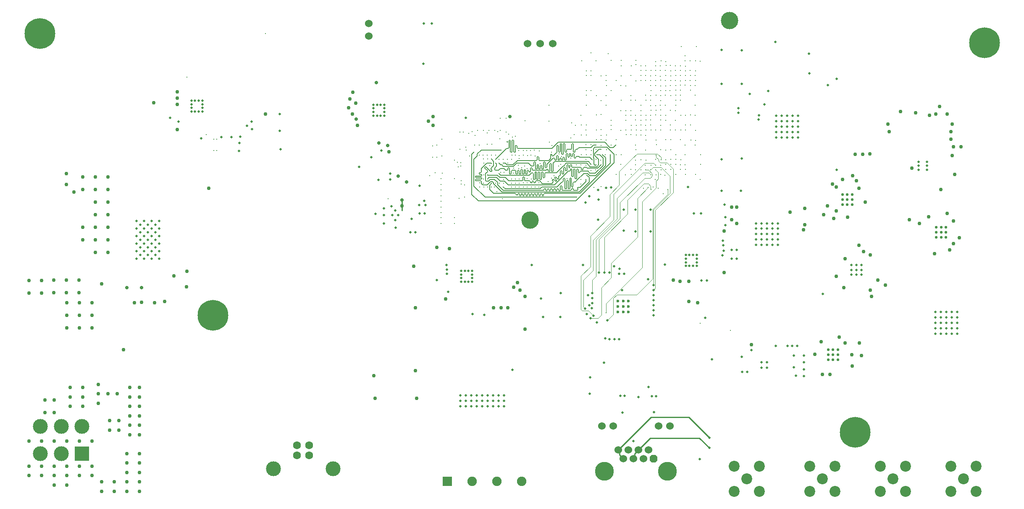
<source format=gbr>
%TF.GenerationSoftware,Altium Limited,Altium Designer,23.11.1 (41)*%
G04 Layer_Physical_Order=3*
G04 Layer_Color=36540*
%FSLAX45Y45*%
%MOMM*%
%TF.SameCoordinates,5B37CA9A-06B1-4671-AC7C-9F047A950D05*%
%TF.FilePolarity,Positive*%
%TF.FileFunction,Copper,L3,Inr,Signal*%
%TF.Part,Single*%
G01*
G75*
%TA.AperFunction,Conductor*%
%ADD10C,0.23844*%
%ADD102C,0.25400*%
%ADD108C,0.21907*%
%TA.AperFunction,ComponentPad*%
%ADD110C,6.20000*%
%ADD111C,3.50000*%
%ADD112C,2.20000*%
%ADD113C,3.00000*%
%ADD114R,3.00000X3.00000*%
%ADD115R,1.90500X1.90500*%
%ADD116C,1.90500*%
%ADD117C,1.60000*%
%ADD118C,0.60000*%
%ADD119C,1.52400*%
G04:AMPARAMS|DCode=120|XSize=1.524mm|YSize=1.524mm|CornerRadius=0mm|HoleSize=0mm|Usage=FLASHONLY|Rotation=0.000|XOffset=0mm|YOffset=0mm|HoleType=Round|Shape=Octagon|*
%AMOCTAGOND120*
4,1,8,0.76200,-0.38100,0.76200,0.38100,0.38100,0.76200,-0.38100,0.76200,-0.76200,0.38100,-0.76200,-0.38100,-0.38100,-0.76200,0.38100,-0.76200,0.76200,-0.38100,0.0*
%
%ADD120OCTAGOND120*%

%ADD121C,3.81000*%
%TA.AperFunction,ViaPad*%
%ADD122C,0.76200*%
%ADD123C,0.50000*%
%ADD124C,0.30480*%
%ADD125C,0.50800*%
%ADD126C,0.71120*%
%ADD127C,0.55880*%
%TA.AperFunction,Conductor*%
%ADD128C,0.14789*%
%ADD129C,0.09238*%
D10*
X9954225Y7315200D02*
X9957542Y7311882D01*
D102*
X7837408Y6016679D02*
Y6135608D01*
Y5929796D02*
Y6016679D01*
D108*
X12839484Y1333284D02*
X13830516D01*
X14033501Y1130300D01*
X12852400Y1752600D02*
X13614400D01*
X14033501Y1333500D01*
X12192000Y1092200D02*
X12852400Y1752600D01*
X12192000Y1092200D02*
X12216483Y1067717D01*
Y991517D02*
X12293600Y914400D01*
X12216483Y991517D02*
Y1067717D01*
X12598400Y1092200D02*
X12839484Y1333284D01*
X12521283Y938883D02*
Y1015083D01*
X12496800Y914400D02*
X12521283Y938883D01*
Y1015083D02*
X12598400Y1092200D01*
D110*
X16967200Y1447800D02*
D03*
X19574646Y9311709D02*
D03*
X533400Y9499600D02*
D03*
X4025798Y3806550D02*
D03*
D111*
X14438298Y9761666D02*
D03*
X10418298Y5731666D02*
D03*
D112*
X19151601Y507200D02*
D03*
X19405600Y761200D02*
D03*
Y253200D02*
D03*
X18897600D02*
D03*
Y761200D02*
D03*
X17729201Y508000D02*
D03*
X17983200Y762000D02*
D03*
Y254000D02*
D03*
X17475200D02*
D03*
Y762000D02*
D03*
X16306799Y508000D02*
D03*
X16560800Y762000D02*
D03*
Y254000D02*
D03*
X16052800D02*
D03*
Y762000D02*
D03*
X14782800Y508000D02*
D03*
X15036800Y762000D02*
D03*
Y254000D02*
D03*
X14528799D02*
D03*
Y762000D02*
D03*
D113*
X545200Y1017050D02*
D03*
X965200D02*
D03*
X545200Y1567050D02*
D03*
X965200D02*
D03*
X1385200D02*
D03*
X5240000Y711200D02*
D03*
X6444000D02*
D03*
D114*
X1385200Y1017050D02*
D03*
D115*
X8749600Y457200D02*
D03*
D116*
X9249600D02*
D03*
X9749600D02*
D03*
X10249600D02*
D03*
D117*
X5967000Y1181200D02*
D03*
X5717000D02*
D03*
X5967000Y981200D02*
D03*
X5717000D02*
D03*
D118*
X12400600Y4095600D02*
D03*
Y3988600D02*
D03*
Y3881600D02*
D03*
X12293600Y4095600D02*
D03*
Y3988600D02*
D03*
Y3881600D02*
D03*
X12186600Y4095600D02*
D03*
Y3988600D02*
D03*
Y3881600D02*
D03*
D119*
X13004800Y1574800D02*
D03*
X12090400D02*
D03*
X13233400D02*
D03*
X12192000Y1092200D02*
D03*
X12395200D02*
D03*
X12598400D02*
D03*
X12801601D02*
D03*
X12293600Y914400D02*
D03*
X12496800D02*
D03*
X12700000D02*
D03*
X11861800Y1574800D02*
D03*
X7162800Y9702800D02*
D03*
Y9448800D02*
D03*
X10871200Y9296400D02*
D03*
X10363200D02*
D03*
X10617200D02*
D03*
D120*
X12903200Y914400D02*
D03*
D121*
X11912600Y660400D02*
D03*
X13182600D02*
D03*
D122*
X2222500Y3111500D02*
D03*
X571500Y4254500D02*
D03*
Y4508500D02*
D03*
X317500Y4254500D02*
D03*
Y4508500D02*
D03*
X1079500Y3810000D02*
D03*
Y3556000D02*
D03*
Y4064000D02*
D03*
X817791Y4517800D02*
D03*
Y4263800D02*
D03*
X1325791Y4517800D02*
D03*
X1071791D02*
D03*
X1325791Y4263800D02*
D03*
X1071791D02*
D03*
X1587500Y4064000D02*
D03*
X1333500D02*
D03*
X1587500Y3556000D02*
D03*
Y3810000D02*
D03*
X1333500Y3556000D02*
D03*
Y3810000D02*
D03*
X1219200Y6299200D02*
D03*
X1778000Y4445000D02*
D03*
X1905000Y5080000D02*
D03*
X1651000D02*
D03*
Y6096000D02*
D03*
Y5842000D02*
D03*
Y5588000D02*
D03*
X1905000Y6096000D02*
D03*
Y5842000D02*
D03*
Y5588000D02*
D03*
X1397000D02*
D03*
X1905000Y5334000D02*
D03*
X1651000D02*
D03*
X1397000D02*
D03*
Y6350000D02*
D03*
X1651000D02*
D03*
X1905000D02*
D03*
X1397000Y6604000D02*
D03*
X1651000D02*
D03*
X1905000D02*
D03*
X15661127Y5889671D02*
D03*
X15925800Y5537200D02*
D03*
X15951199Y5638800D02*
D03*
Y5969000D02*
D03*
X16332201Y5842000D02*
D03*
X16408400Y6019800D02*
D03*
X16510736Y6461760D02*
D03*
X16535400Y5765800D02*
D03*
X16814799Y5791200D02*
D03*
X16586200Y5918200D02*
D03*
Y6400800D02*
D03*
X16713200Y6553200D02*
D03*
X16992599Y6527800D02*
D03*
X16916400Y6629400D02*
D03*
X17170399Y6096000D02*
D03*
X17043401Y6375400D02*
D03*
X18872200Y5130800D02*
D03*
X18059399Y5740400D02*
D03*
X18262601Y5664200D02*
D03*
X18567400Y5054600D02*
D03*
X18948399Y5257800D02*
D03*
X19067780Y5377180D02*
D03*
X18948399Y5715000D02*
D03*
X18821400Y5867400D02*
D03*
X18449211Y5796400D02*
D03*
X18465800Y7848600D02*
D03*
X18592799Y7874000D02*
D03*
X18821400D02*
D03*
X17627600Y7670800D02*
D03*
X17653000Y7518400D02*
D03*
X18186400Y7899400D02*
D03*
X17881599Y7924800D02*
D03*
X18694400Y6350000D02*
D03*
X18110201Y6781800D02*
D03*
X18973801Y6654800D02*
D03*
X18923000Y7035800D02*
D03*
X19100800Y7213600D02*
D03*
X18948399D02*
D03*
X18897600Y7366000D02*
D03*
Y7518400D02*
D03*
X18923000Y7670800D02*
D03*
X18669000Y8026400D02*
D03*
X17272000Y5029200D02*
D03*
X17043401Y5224780D02*
D03*
X17136404Y5096805D02*
D03*
X16764000Y4953000D02*
D03*
X17576801Y4419600D02*
D03*
X17424400Y4521200D02*
D03*
X17272000Y4318000D02*
D03*
X16586200Y4597400D02*
D03*
X16738600Y4368800D02*
D03*
X17297400Y4191000D02*
D03*
X16648198Y3367002D02*
D03*
X16154401Y3022600D02*
D03*
X16306799Y2616200D02*
D03*
X16459998Y2616998D02*
D03*
X16913206Y2784135D02*
D03*
X17094200Y2997200D02*
D03*
X17052296Y3251200D02*
D03*
X16901402Y3012198D02*
D03*
X16764000Y3251200D02*
D03*
X16281400Y3276600D02*
D03*
X8534400Y5181600D02*
D03*
X8788400Y5156200D02*
D03*
X8712200Y4140200D02*
D03*
X7264400Y2590800D02*
D03*
X7289800Y2133600D02*
D03*
X8128000D02*
D03*
X8102600Y2692400D02*
D03*
X8075400Y4802400D02*
D03*
X8102600Y3962400D02*
D03*
X9829800D02*
D03*
X9677400D02*
D03*
X9964400Y3962059D02*
D03*
X10312400Y3530600D02*
D03*
Y4191000D02*
D03*
X10210800Y4318000D02*
D03*
X10083800Y4376000D02*
D03*
X10160000Y4470400D02*
D03*
X13792200Y4064000D02*
D03*
X14478000Y5994400D02*
D03*
X14579601D02*
D03*
Y5664200D02*
D03*
X14478000Y5740400D02*
D03*
X14325600Y5511800D02*
D03*
Y4673600D02*
D03*
X13302000Y4523627D02*
D03*
X13614400Y4089400D02*
D03*
X13435201Y4499200D02*
D03*
X13614400Y4495800D02*
D03*
X6832600Y7874000D02*
D03*
X6937790Y7641810D02*
D03*
X8458200Y7645400D02*
D03*
Y7823200D02*
D03*
X8371790Y7731810D02*
D03*
X7569200Y7112000D02*
D03*
X6784810Y8181810D02*
D03*
X6904707Y8091810D02*
D03*
X6756400Y8001000D02*
D03*
X6846990Y8316810D02*
D03*
X7837408Y6016679D02*
D03*
X3937000Y6375400D02*
D03*
X2844800Y4064000D02*
D03*
X3048000Y4089400D02*
D03*
X3493810Y4382810D02*
D03*
X3501390Y4702810D02*
D03*
X3235706Y4607306D02*
D03*
X2438400Y4064000D02*
D03*
X2585806Y4068994D02*
D03*
X3302000Y7556500D02*
D03*
X2832540Y8103040D02*
D03*
X3302000Y8064500D02*
D03*
Y8318500D02*
D03*
Y8191500D02*
D03*
X5080000Y7874000D02*
D03*
X14876781Y3220720D02*
D03*
X17119600Y7061200D02*
D03*
X17270139Y7067129D02*
D03*
X16967200Y7061200D02*
D03*
X1066800Y6671060D02*
D03*
Y6451600D02*
D03*
X2129040Y1683967D02*
D03*
Y1493467D02*
D03*
X1938540D02*
D03*
Y1683967D02*
D03*
X1397000Y2349500D02*
D03*
Y2159000D02*
D03*
Y1968500D02*
D03*
X1143000Y2349500D02*
D03*
Y2159000D02*
D03*
Y1968500D02*
D03*
X1333500Y1270000D02*
D03*
X1587500D02*
D03*
X825500D02*
D03*
X1079500D02*
D03*
X317500D02*
D03*
X571500D02*
D03*
Y762000D02*
D03*
X317500D02*
D03*
X635000Y1841500D02*
D03*
Y2095500D02*
D03*
X825500Y1841500D02*
D03*
Y2095500D02*
D03*
X571500Y571500D02*
D03*
X317500D02*
D03*
X825500Y381000D02*
D03*
X1079500D02*
D03*
X1587500Y571500D02*
D03*
X1333500D02*
D03*
X1079500D02*
D03*
X825500D02*
D03*
Y762000D02*
D03*
X1079500D02*
D03*
X1333500D02*
D03*
X1587500D02*
D03*
X1905000Y2222500D02*
D03*
X2349500Y1587500D02*
D03*
Y1778000D02*
D03*
X2095500Y2222500D02*
D03*
X2349500Y1397000D02*
D03*
X1714500Y2032000D02*
D03*
X2540000Y1016000D02*
D03*
X2286000D02*
D03*
X2540000Y825500D02*
D03*
X2286000D02*
D03*
X2540000Y635000D02*
D03*
X2286000D02*
D03*
X2540000Y444500D02*
D03*
X2286000D02*
D03*
X2032000D02*
D03*
X1778000D02*
D03*
Y254000D02*
D03*
X2032000D02*
D03*
X2286000D02*
D03*
X2540000D02*
D03*
X1714500Y2222500D02*
D03*
Y2413000D02*
D03*
X2540000Y2349500D02*
D03*
X2349500D02*
D03*
Y2159000D02*
D03*
Y1968500D02*
D03*
X2540000Y1397000D02*
D03*
Y1587500D02*
D03*
Y1778000D02*
D03*
Y1968500D02*
D03*
Y2159000D02*
D03*
D123*
X18416400Y6751400D02*
D03*
Y6829400D02*
D03*
Y6907400D02*
D03*
X18244400D02*
D03*
Y6829400D02*
D03*
Y6751400D02*
D03*
X7697408Y5734796D02*
D03*
X7754908Y5829796D02*
D03*
X7639908D02*
D03*
X7697408Y5924796D02*
D03*
X7477600Y7915310D02*
D03*
Y7988310D02*
D03*
Y8061810D02*
D03*
X7331065Y7841770D02*
D03*
X7404065D02*
D03*
X7477565D02*
D03*
X7257400Y7915310D02*
D03*
Y7841810D02*
D03*
Y7988310D02*
D03*
Y8061810D02*
D03*
X7331100D02*
D03*
X7404100D02*
D03*
X13555200Y4951600D02*
D03*
Y4878600D02*
D03*
Y4804900D02*
D03*
X13628700D02*
D03*
X13775200D02*
D03*
X13701700D02*
D03*
X13775240Y5025065D02*
D03*
Y4951565D02*
D03*
Y4878565D02*
D03*
X13555200Y5025100D02*
D03*
X13628700D02*
D03*
X13701700D02*
D03*
X3810035Y7998340D02*
D03*
Y8071339D02*
D03*
Y8144839D02*
D03*
X3663500Y7924800D02*
D03*
X3736500D02*
D03*
X3810000D02*
D03*
X3589835Y7998340D02*
D03*
Y7924840D02*
D03*
Y8071339D02*
D03*
Y8144839D02*
D03*
X3663535D02*
D03*
X3736535D02*
D03*
X15814799Y7400000D02*
D03*
X15704800D02*
D03*
X15594800D02*
D03*
X15484801D02*
D03*
X15374800D02*
D03*
X15814799Y7510000D02*
D03*
X15704800D02*
D03*
X15594800D02*
D03*
X15484801D02*
D03*
X15374800D02*
D03*
X15814799Y7620000D02*
D03*
X15704800D02*
D03*
X15594800D02*
D03*
X15484801D02*
D03*
X15374800D02*
D03*
X15814799Y7730000D02*
D03*
X15704800D02*
D03*
X15594800D02*
D03*
X15484801D02*
D03*
X15374800D02*
D03*
X15814799Y7840000D02*
D03*
X15704800D02*
D03*
X15594800D02*
D03*
X15484801D02*
D03*
X15374800D02*
D03*
X17097539Y4627652D02*
D03*
X16997539D02*
D03*
Y4827652D02*
D03*
X16897539D02*
D03*
Y4627652D02*
D03*
Y4727652D02*
D03*
X16997539D02*
D03*
X17097539Y4827652D02*
D03*
Y4727652D02*
D03*
X15193401Y2861700D02*
D03*
Y2751700D02*
D03*
X15083400Y2861700D02*
D03*
Y2751700D02*
D03*
X9249500Y4559500D02*
D03*
Y4632500D02*
D03*
Y4706000D02*
D03*
X9102965Y4485960D02*
D03*
X9175965D02*
D03*
X9249465D02*
D03*
X9029300Y4559500D02*
D03*
Y4486000D02*
D03*
Y4632500D02*
D03*
Y4706000D02*
D03*
X9103000D02*
D03*
X9176000D02*
D03*
X18584399Y3877600D02*
D03*
X18694400D02*
D03*
X18804401D02*
D03*
X18914400D02*
D03*
X19024400D02*
D03*
X18584399Y3767600D02*
D03*
X18694400D02*
D03*
X18804401D02*
D03*
X18914400D02*
D03*
X19024400D02*
D03*
X18584399Y3657600D02*
D03*
X18694400D02*
D03*
X18804401D02*
D03*
X18914400D02*
D03*
X19024400D02*
D03*
X18584399Y3547600D02*
D03*
X18694400D02*
D03*
X18804401D02*
D03*
X18914400D02*
D03*
X19024400D02*
D03*
X18584399Y3437600D02*
D03*
X18694400D02*
D03*
X18804401D02*
D03*
X18914400D02*
D03*
X19024400D02*
D03*
X15409200Y5228300D02*
D03*
X15299200D02*
D03*
X15189200D02*
D03*
X15079201D02*
D03*
X14969200D02*
D03*
X15409200Y5338300D02*
D03*
X15299200D02*
D03*
X15189200D02*
D03*
X15079201D02*
D03*
X14969200D02*
D03*
X15409200Y5448300D02*
D03*
X15299200D02*
D03*
X15189200D02*
D03*
X15079201D02*
D03*
X14969200D02*
D03*
X15409200Y5558300D02*
D03*
X15299200D02*
D03*
X15189200D02*
D03*
X15079201D02*
D03*
X14969200D02*
D03*
X15409200Y5668300D02*
D03*
X15299200D02*
D03*
X15189200D02*
D03*
X15079201D02*
D03*
X14969200D02*
D03*
X9008800Y1972800D02*
D03*
Y2082800D02*
D03*
Y2192800D02*
D03*
X9118800Y1972800D02*
D03*
Y2082800D02*
D03*
Y2192800D02*
D03*
X9228800Y1972800D02*
D03*
Y2082800D02*
D03*
Y2192800D02*
D03*
X9338800Y1972800D02*
D03*
Y2082800D02*
D03*
Y2192800D02*
D03*
X9448800Y1972800D02*
D03*
Y2082800D02*
D03*
Y2192800D02*
D03*
X9558800Y1972800D02*
D03*
Y2082800D02*
D03*
Y2192800D02*
D03*
X9668800Y1972800D02*
D03*
Y2082800D02*
D03*
Y2192800D02*
D03*
X9778800Y1972800D02*
D03*
Y2082800D02*
D03*
Y2192800D02*
D03*
X9888800Y1972800D02*
D03*
Y2082800D02*
D03*
Y2192800D02*
D03*
D124*
X10117598Y7421102D02*
D03*
X8892588Y5778500D02*
D03*
Y6944360D02*
D03*
X8623300Y5664200D02*
D03*
X13849350Y3651250D02*
D03*
X14452600Y3505200D02*
D03*
X3500540Y8618640D02*
D03*
X3884835Y7456265D02*
D03*
X4102100Y7137400D02*
D03*
X4038600D02*
D03*
Y7366000D02*
D03*
X4102100D02*
D03*
X10797540Y8054340D02*
D03*
X10795000Y7733050D02*
D03*
X10317500Y7739400D02*
D03*
X9873902Y6879987D02*
D03*
X9954225Y7315200D02*
D03*
X10051413Y7043810D02*
D03*
X9830678Y7144142D02*
D03*
X9391480Y7243216D02*
D03*
X10198082Y7034285D02*
D03*
X9131300Y7142480D02*
D03*
X9302750Y7245350D02*
D03*
X8986520Y6172200D02*
D03*
X9024620Y6456680D02*
D03*
X8968740Y6804660D02*
D03*
X8950960Y6901180D02*
D03*
X10184939Y7135321D02*
D03*
X10064750Y7410450D02*
D03*
X9810750Y7374890D02*
D03*
X9645650Y7263130D02*
D03*
X9552618Y7264400D02*
D03*
X9555480Y7493000D02*
D03*
X9633933Y7042163D02*
D03*
X9987280Y7470140D02*
D03*
X9761220Y7518400D02*
D03*
X9311640Y7439660D02*
D03*
X9123680Y7203440D02*
D03*
X9552618Y7043020D02*
D03*
X9093200Y6197600D02*
D03*
X10039980Y6479987D02*
D03*
X10124458Y6479987D02*
D03*
X12446000Y6756400D02*
D03*
X11945620Y3863340D02*
D03*
X13137086Y6641132D02*
D03*
X13051463Y6655510D02*
D03*
X13103860Y6261100D02*
D03*
X12999977Y6374126D02*
D03*
X12899977Y6400996D02*
D03*
X13195300Y6351009D02*
D03*
X13151463Y6755510D02*
D03*
X12799977Y6390026D02*
D03*
X12458700Y6654800D02*
D03*
X12851129Y6840967D02*
D03*
X12755880Y6945630D02*
D03*
X12338100Y6642100D02*
D03*
X12748260Y7147560D02*
D03*
X12651184Y6950202D02*
D03*
X12649200Y6748780D02*
D03*
X12544454Y6751474D02*
D03*
Y6851474D02*
D03*
X13251463Y6755510D02*
D03*
X13048489Y6844464D02*
D03*
X13251463Y6955510D02*
D03*
Y6855510D02*
D03*
X13451463Y6755510D02*
D03*
X13551463D02*
D03*
X13444453Y6851474D02*
D03*
X13351463Y6855510D02*
D03*
Y6655510D02*
D03*
X13155499Y6948500D02*
D03*
X13351463Y7055510D02*
D03*
X13251463Y7155510D02*
D03*
X13749020Y8549640D02*
D03*
X13545821Y8839200D02*
D03*
X12750800Y8750300D02*
D03*
X12951460Y8549640D02*
D03*
X13251180D02*
D03*
X13548360Y8651240D02*
D03*
X13654865Y8449135D02*
D03*
X13540286Y8458200D02*
D03*
X13645090Y8550839D02*
D03*
Y8950839D02*
D03*
X13749126Y8945099D02*
D03*
X13645090Y8750839D02*
D03*
X13650829Y8654875D02*
D03*
X13549126Y8745099D02*
D03*
X13545090Y8950839D02*
D03*
Y9050839D02*
D03*
X13650829Y7654875D02*
D03*
X13345090Y7750839D02*
D03*
X13454865Y7549135D02*
D03*
X13345090Y7550839D02*
D03*
X13245090D02*
D03*
X13049126Y7645099D02*
D03*
Y7845099D02*
D03*
X13050830Y7954875D02*
D03*
X12750829Y8154875D02*
D03*
X12850830D02*
D03*
X12745089Y8250839D02*
D03*
X12849126Y8245099D02*
D03*
X12954053Y8259088D02*
D03*
X13454865Y7849135D02*
D03*
X13245090Y7950839D02*
D03*
X13145090Y8050839D02*
D03*
X13045090D02*
D03*
X13254865Y8249135D02*
D03*
X13049126Y8245099D02*
D03*
X13145090Y8250839D02*
D03*
X13045090Y8850839D02*
D03*
X13157201Y8851900D02*
D03*
X12945090Y8850839D02*
D03*
Y8650839D02*
D03*
X13150830Y8654875D02*
D03*
X13245090Y8450839D02*
D03*
X13354865Y8149135D02*
D03*
X13450830Y8254875D02*
D03*
X13350830Y8354875D02*
D03*
X13151974Y8932649D02*
D03*
X13045090Y8750839D02*
D03*
X13044455Y8637305D02*
D03*
X12947981Y8932645D02*
D03*
X12845090Y8550839D02*
D03*
X12745089D02*
D03*
X12945090Y8450839D02*
D03*
X13049126Y8445099D02*
D03*
X13054865Y8949135D02*
D03*
X13249126Y8745099D02*
D03*
X13145090Y8750839D02*
D03*
X13249126Y8645099D02*
D03*
X13445090Y8850839D02*
D03*
Y8750839D02*
D03*
X13350830Y8654875D02*
D03*
X13450830D02*
D03*
X13449126Y8545099D02*
D03*
X13550830Y8554875D02*
D03*
X13450830Y8454875D02*
D03*
X13354865Y8449135D02*
D03*
X13049126Y8345099D02*
D03*
X13149126D02*
D03*
X13144501Y8547100D02*
D03*
X13149126Y8445099D02*
D03*
X12650469Y8552497D02*
D03*
Y8651987D02*
D03*
X12651572Y8753600D02*
D03*
X12848489Y8644464D02*
D03*
X12851463Y8755510D02*
D03*
X12549977Y8870475D02*
D03*
X12553490Y8953500D02*
D03*
X12152864Y8547100D02*
D03*
X11950982Y8548700D02*
D03*
X13151463Y6855510D02*
D03*
X13055499Y6948500D02*
D03*
Y6748500D02*
D03*
X12852400Y6350000D02*
D03*
X12848489Y6744464D02*
D03*
X12738100Y6642100D02*
D03*
X12740482Y6844528D02*
D03*
X11950700Y8648700D02*
D03*
X11849100Y7861300D02*
D03*
X11751464Y7855510D02*
D03*
X12052300Y7556500D02*
D03*
X12966701Y7251700D02*
D03*
X13150850Y7143750D02*
D03*
X13244453Y7651474D02*
D03*
X13551463Y7655510D02*
D03*
X13550900Y7848600D02*
D03*
X13347701Y7937500D02*
D03*
X13356064Y8255000D02*
D03*
X13235141Y8346187D02*
D03*
X12351464Y7455510D02*
D03*
X12700000Y6376409D02*
D03*
X12955499Y6648500D02*
D03*
X12943840Y6555740D02*
D03*
X12855499Y6648500D02*
D03*
X12748490Y6744464D02*
D03*
X12944453Y6751474D02*
D03*
X12948489Y6844464D02*
D03*
X12959081Y7045960D02*
D03*
X12448490Y8244464D02*
D03*
X12348490Y7744464D02*
D03*
X13844453Y6551474D02*
D03*
X13551463Y6655510D02*
D03*
X13544453Y6851474D02*
D03*
X13851463Y7055510D02*
D03*
X13544453Y7251474D02*
D03*
X12951463Y6955510D02*
D03*
X13251463Y7355510D02*
D03*
X13744450Y7851471D02*
D03*
X13744453Y8251474D02*
D03*
Y8651474D02*
D03*
X13848489Y8944464D02*
D03*
X13348489Y8844464D02*
D03*
X12451464Y8655510D02*
D03*
X12655500Y8848500D02*
D03*
X12255500D02*
D03*
X12251464Y8955510D02*
D03*
X11444454Y7851474D02*
D03*
X12048490Y7744464D02*
D03*
Y7244464D02*
D03*
X12247880Y6855460D02*
D03*
X11851640Y6405880D02*
D03*
X12538098Y6942099D02*
D03*
X13544453Y7051474D02*
D03*
X13751463Y6655510D02*
D03*
X12037660Y7055410D02*
D03*
X11871960Y7056120D02*
D03*
X11841480Y6944360D02*
D03*
X11936310Y7053580D02*
D03*
X11736345Y6745245D02*
D03*
X11744960Y6845881D02*
D03*
X11561911Y6636851D02*
D03*
X12551464Y7155510D02*
D03*
X12544454Y7251474D02*
D03*
X13051463Y7155510D02*
D03*
X13151463Y7355510D02*
D03*
X13851463Y6855510D02*
D03*
X13051463Y8555510D02*
D03*
X13451463Y8355510D02*
D03*
Y8155510D02*
D03*
X13351463Y8055510D02*
D03*
X13651463Y7855510D02*
D03*
X13744453Y8051474D02*
D03*
X13651463Y8355510D02*
D03*
X13744453Y8451474D02*
D03*
X13771523Y9238563D02*
D03*
X13461313Y9234527D02*
D03*
X13748489Y8744464D02*
D03*
X13344453Y8551474D02*
D03*
Y8751474D02*
D03*
X13246100Y8851900D02*
D03*
X11645900Y9105900D02*
D03*
X11988800Y9093200D02*
D03*
X11849100Y7442200D02*
D03*
X12052300Y7645400D02*
D03*
X12151464Y6655510D02*
D03*
X13455499Y6948500D02*
D03*
X13351463Y6955510D02*
D03*
X13451463Y7355510D02*
D03*
X13655499Y7348500D02*
D03*
X13748489Y7344464D02*
D03*
X13744453Y7251474D02*
D03*
X13551463Y7555510D02*
D03*
X13748489Y7544464D02*
D03*
X12455500Y7648500D02*
D03*
X12451464Y7455510D02*
D03*
X12555500Y7448500D02*
D03*
X12755500Y7348500D02*
D03*
X12648490Y7544464D02*
D03*
X12655500Y7448500D02*
D03*
X12555500Y7648500D02*
D03*
X12651464Y7655510D02*
D03*
X12855499Y7548500D02*
D03*
X12751464Y7755510D02*
D03*
X12748490Y7644464D02*
D03*
X12751464Y7555510D02*
D03*
X12748490Y7444464D02*
D03*
X12955499Y7348500D02*
D03*
X12951463Y7555510D02*
D03*
X13051463D02*
D03*
Y7755510D02*
D03*
X12844453Y7751474D02*
D03*
Y7651474D02*
D03*
X13155499Y7748500D02*
D03*
X13148486Y7844461D02*
D03*
X13048489Y8144464D02*
D03*
X12948489Y8044464D02*
D03*
X12844453Y8451474D02*
D03*
X12855499Y8348500D02*
D03*
X12744454Y8651474D02*
D03*
X12949277Y8750987D02*
D03*
X12748490Y8844464D02*
D03*
X12455500Y8848500D02*
D03*
X12548490Y8544464D02*
D03*
X12244454Y8451474D02*
D03*
X12348490Y8444464D02*
D03*
X11955500Y8448500D02*
D03*
X12255500Y8648500D02*
D03*
X11455500Y8948500D02*
D03*
X12051464Y8955510D02*
D03*
X11744454Y8951474D02*
D03*
X11555500Y8748500D02*
D03*
X11648490Y8744464D02*
D03*
X11848490Y8644464D02*
D03*
X11644454Y8651474D02*
D03*
X11551464Y8655510D02*
D03*
X11648490Y8344464D02*
D03*
X11551464Y8055510D02*
D03*
Y8255510D02*
D03*
X11555500Y8348500D02*
D03*
X11755500Y8248500D02*
D03*
X12048490Y8344464D02*
D03*
X11948490Y8244464D02*
D03*
X11951464Y8055510D02*
D03*
X11848489Y8144461D02*
D03*
X12251464Y8155510D02*
D03*
X12451464D02*
D03*
X12848489Y8044464D02*
D03*
X12544454Y8151474D02*
D03*
X12651464Y8055510D02*
D03*
X12951463Y7855510D02*
D03*
X12848489Y7844464D02*
D03*
X12955499Y7948500D02*
D03*
X12855499D02*
D03*
X12648490Y7944464D02*
D03*
X12448490D02*
D03*
X12248490D02*
D03*
X12348490D02*
D03*
X12348488Y7844461D02*
D03*
X12447627Y7849287D02*
D03*
X12755500Y7848500D02*
D03*
X12655500D02*
D03*
X12544454Y7851474D02*
D03*
X12648490Y7744464D02*
D03*
X12544454Y7751474D02*
D03*
X12555500Y7548500D02*
D03*
X12248490Y7544464D02*
D03*
X12455500Y7548500D02*
D03*
X12344454Y7551474D02*
D03*
X12153900Y7353300D02*
D03*
X12151464Y7055510D02*
D03*
X12255500Y7048500D02*
D03*
X11031220Y6859940D02*
D03*
X11644555D02*
D03*
X11843461Y7556500D02*
D03*
X11699977Y6388100D02*
D03*
X9721295Y7039987D02*
D03*
X9588500Y7543800D02*
D03*
X9563100Y6642100D02*
D03*
X9859010Y6160770D02*
D03*
X7551358Y6167058D02*
D03*
X8394700Y6629400D02*
D03*
X8502650Y6686550D02*
D03*
X8540750Y7245350D02*
D03*
X8451850Y7232650D02*
D03*
X8540750Y7004050D02*
D03*
X8451850D02*
D03*
X8890000Y5664200D02*
D03*
X9004300Y7505700D02*
D03*
X9931400Y7785100D02*
D03*
X9817100D02*
D03*
X8636000Y7366000D02*
D03*
Y7023100D02*
D03*
X8648700Y6680200D02*
D03*
X8623300Y6565900D02*
D03*
Y6451600D02*
D03*
Y6337300D02*
D03*
Y6223000D02*
D03*
Y6108700D02*
D03*
Y5994400D02*
D03*
Y5880100D02*
D03*
Y5778500D02*
D03*
X10199980Y6559987D02*
D03*
X10119980D02*
D03*
X10039980D02*
D03*
X9873902Y6959324D02*
D03*
X9786714Y6879987D02*
D03*
X9067800Y7505700D02*
D03*
X9182100Y7480300D02*
D03*
X9098262Y6443962D02*
D03*
X9029700Y6527800D02*
D03*
X8890000Y6565900D02*
D03*
X9486900Y6642100D02*
D03*
X9478377Y6558669D02*
D03*
X9563100Y6564378D02*
D03*
X9601200Y6832600D02*
D03*
X9194800Y7023100D02*
D03*
X9931400Y7506896D02*
D03*
X10048258Y6959714D02*
D03*
X9957296Y6959987D02*
D03*
X9964438Y6883042D02*
D03*
X10353642Y6774780D02*
D03*
X9894792Y6692834D02*
D03*
X10846853Y6582193D02*
D03*
X10303434Y6821496D02*
D03*
X10896600Y6629400D02*
D03*
X9826239Y6694767D02*
D03*
X9017000Y6888480D02*
D03*
Y6819900D02*
D03*
X9004300Y7162801D02*
D03*
X9283700Y7099300D02*
D03*
X9389987Y7041553D02*
D03*
X9479979Y6477354D02*
D03*
X9245600Y7518400D02*
D03*
X9471302Y7040571D02*
D03*
X9817100Y7543800D02*
D03*
X9702800D02*
D03*
X9474200D02*
D03*
X9359900D02*
D03*
X11744555Y6960656D02*
D03*
X11760646Y7055410D02*
D03*
X11353800Y6197600D02*
D03*
X9634914Y6965052D02*
D03*
X9559980D02*
D03*
X9639979Y6878671D02*
D03*
X9479980Y6965052D02*
D03*
X9483729Y6883737D02*
D03*
X9398000Y6484620D02*
D03*
X9396899Y6402239D02*
D03*
X9489459Y6398860D02*
D03*
X9641849Y6399948D02*
D03*
X9745980Y6307045D02*
D03*
X10083833Y6778660D02*
D03*
X11546840Y7150100D02*
D03*
X11549978Y7049986D02*
D03*
X10180466Y6843350D02*
D03*
X11449977Y7049986D02*
D03*
X10185530Y6774957D02*
D03*
X11541760Y6957060D02*
D03*
X10993120Y6827538D02*
D03*
X11541660Y7256163D02*
D03*
X11048475Y7022920D02*
D03*
X10195560Y6972300D02*
D03*
X11640820Y7259320D02*
D03*
X11666220Y6951980D02*
D03*
X11646037Y7050903D02*
D03*
X11442869Y6553031D02*
D03*
X11849100Y7243025D02*
D03*
X11239500Y7394734D02*
D03*
X10857359Y7240140D02*
D03*
X9697474Y6400370D02*
D03*
X10623207Y6873288D02*
D03*
X10607040Y7129780D02*
D03*
X11236912Y6982460D02*
D03*
X10076180Y6683412D02*
D03*
X10284460Y7043420D02*
D03*
X10363200Y7038340D02*
D03*
X10283999Y7135321D02*
D03*
X10345420Y7139940D02*
D03*
X10502900Y7142480D02*
D03*
X10426700Y7137400D02*
D03*
X10119980Y7039985D02*
D03*
X10432010Y7039957D02*
D03*
X10515600Y7030720D02*
D03*
X10997852Y7069185D02*
D03*
X10850880Y7099950D02*
D03*
X11742420Y7163775D02*
D03*
X11655400Y7139318D02*
D03*
X10777220Y6507480D02*
D03*
X10195987Y6402664D02*
D03*
X10279980D02*
D03*
X11163300Y6573520D02*
D03*
X10590887Y6482671D02*
D03*
X10359980Y6401356D02*
D03*
Y6482671D02*
D03*
X10592658Y6400863D02*
D03*
X10359982Y6565892D02*
D03*
X10442235Y6565295D02*
D03*
X9799320Y6479540D02*
D03*
X9878060Y6398260D02*
D03*
X11744960Y7251100D02*
D03*
X9719979Y6879987D02*
D03*
X10124458Y6402664D02*
D03*
X10439980D02*
D03*
X10515600Y6403322D02*
D03*
X10279811Y6484638D02*
D03*
X9639300Y6477000D02*
D03*
X9720580Y6479540D02*
D03*
X9879983Y6479987D02*
D03*
X9884912Y6555140D02*
D03*
X11851040Y6850380D02*
D03*
X11442759Y6460656D02*
D03*
X10251440Y6789420D02*
D03*
X9786714Y6963729D02*
D03*
X11328400Y7645418D02*
D03*
X11303000Y7454900D02*
D03*
X11955780Y7155180D02*
D03*
X11845459Y7158821D02*
D03*
X11449977Y7649986D02*
D03*
X11549978Y7649986D02*
D03*
X10807700Y7302500D02*
D03*
X11645900Y6731000D02*
D03*
X9791700Y6667500D02*
D03*
X9720355Y6959987D02*
D03*
X10039979Y6402664D02*
D03*
X12146002Y7250431D02*
D03*
X11544300Y6553200D02*
D03*
X11539308Y6844564D02*
D03*
X9559980Y6399987D02*
D03*
X11345290Y6845300D02*
D03*
X10199980Y6479987D02*
D03*
X11445290Y6845300D02*
D03*
X11252200Y7696200D02*
D03*
X11751690Y7554064D02*
D03*
X11545900Y7551700D02*
D03*
X11549978Y7449986D02*
D03*
X11449978D02*
D03*
X11954055Y7448274D02*
D03*
X11948264Y7345910D02*
D03*
X11851690Y7354064D02*
D03*
X11751690D02*
D03*
X5080000Y9499600D02*
D03*
D125*
X8534400Y4521200D02*
D03*
X13604160Y6399987D02*
D03*
X15360304Y9326880D02*
D03*
X5384800Y7162800D02*
D03*
X5372100Y7531100D02*
D03*
Y7874000D02*
D03*
X4546600Y7124700D02*
D03*
X4559300Y7289800D02*
D03*
X4572000Y7416800D02*
D03*
X4394200Y7404100D02*
D03*
X4191000D02*
D03*
X4711700Y7632700D02*
D03*
X4813300Y7569200D02*
D03*
X4800600Y7721600D02*
D03*
X15773399Y2590800D02*
D03*
X15735300Y2755900D02*
D03*
Y2997200D02*
D03*
X15938499D02*
D03*
Y2857500D02*
D03*
Y2717800D02*
D03*
Y2578100D02*
D03*
X14681200Y2971800D02*
D03*
X14693900Y2667000D02*
D03*
X14795500D02*
D03*
X14876781Y3108029D02*
D03*
X15367000Y3187700D02*
D03*
X15608299D02*
D03*
X15798801D02*
D03*
X15697200D02*
D03*
X8432800Y9702800D02*
D03*
X16319501Y4241800D02*
D03*
X16598900Y6743700D02*
D03*
X14350999Y5791200D02*
D03*
X14084300Y2921000D02*
D03*
X13944600Y3759200D02*
D03*
X7416800Y7137400D02*
D03*
X7213108Y6997700D02*
D03*
X3327400Y7721600D02*
D03*
X3160610Y7799490D02*
D03*
X3784600Y7378700D02*
D03*
X11620500Y2222500D02*
D03*
X10061800Y2708500D02*
D03*
X10454640Y4826000D02*
D03*
X10634980Y4147820D02*
D03*
X10675620Y3779520D02*
D03*
X11026140D02*
D03*
X11031220Y4257040D02*
D03*
X11480800Y4823460D02*
D03*
X9494520Y3817620D02*
D03*
X9260840Y3839210D02*
D03*
X8735060Y4826000D02*
D03*
X8737940Y4646000D02*
D03*
X8742546Y4736000D02*
D03*
X8763315Y4286000D02*
D03*
X8276180Y9699400D02*
D03*
X8269380Y8886600D02*
D03*
X11582400Y4216400D02*
D03*
X12268600Y4317600D02*
D03*
X12848703Y5504200D02*
D03*
Y5943600D02*
D03*
X12052300Y6390339D02*
D03*
X11696700Y3797300D02*
D03*
X12540000Y5943600D02*
D03*
X11531600Y6083300D02*
D03*
X11785600Y6337300D02*
D03*
X11950700Y6386950D02*
D03*
X13716000Y5867400D02*
D03*
X14350999Y5626100D02*
D03*
X13138150Y4832350D02*
D03*
X14478000Y5130800D02*
D03*
X14579601D02*
D03*
X14478000Y4953000D02*
D03*
X14579601D02*
D03*
X14306551Y5314950D02*
D03*
X14312900Y5219700D02*
D03*
X14319250Y5111750D02*
D03*
X14293851Y5022850D02*
D03*
X13982700Y4508500D02*
D03*
X13874750Y4514850D02*
D03*
X13859898Y5867400D02*
D03*
X14338300Y6045200D02*
D03*
X14668500Y6324600D02*
D03*
X14274800D02*
D03*
X14681200Y6972300D02*
D03*
X14274800Y6959600D02*
D03*
X15024100Y7759700D02*
D03*
X15033200Y7845000D02*
D03*
X15138400Y8064500D02*
D03*
X14617700Y7899400D02*
D03*
Y7988300D02*
D03*
X14846300Y8280400D02*
D03*
X16421100Y8458200D02*
D03*
X16600951Y8587250D02*
D03*
X16043336Y8696264D02*
D03*
X16040100Y9093200D02*
D03*
X15218900Y8339600D02*
D03*
X14274800Y9169400D02*
D03*
X14681200Y9156700D02*
D03*
Y8483600D02*
D03*
X14274800D02*
D03*
X12301200Y5943600D02*
D03*
X12540000Y5506700D02*
D03*
X12301200Y5516900D02*
D03*
X11785600Y5740400D02*
D03*
X11798300Y6146800D02*
D03*
X12496800Y1270000D02*
D03*
X11607800Y4013200D02*
D03*
X11557000Y3835400D02*
D03*
X11636993Y3747787D02*
D03*
X11930497Y3345297D02*
D03*
X12214977Y3329823D02*
D03*
X12115800Y3327400D02*
D03*
X12014200D02*
D03*
X11808577Y4671177D02*
D03*
X11912600Y4673600D02*
D03*
X12014200D02*
D03*
X12217400Y4749800D02*
D03*
X12113377Y4798177D02*
D03*
X12214977Y4645777D02*
D03*
X12316577D02*
D03*
X12903200Y3810000D02*
D03*
Y3911600D02*
D03*
Y4013200D02*
D03*
Y4114800D02*
D03*
Y4216400D02*
D03*
Y4318000D02*
D03*
Y4419600D02*
D03*
X14033501Y1130300D02*
D03*
Y1333500D02*
D03*
X12801601Y2362200D02*
D03*
X13837920Y909320D02*
D03*
X12280900Y1841500D02*
D03*
X12915900Y1854200D02*
D03*
X12960350Y2171700D02*
D03*
X12871449D02*
D03*
X12236450Y2184400D02*
D03*
X12325350D02*
D03*
X12598400Y2159000D02*
D03*
X11625580Y2557780D02*
D03*
X11906250Y2851150D02*
D03*
X11672587Y4255787D02*
D03*
Y4154187D02*
D03*
X11667507Y4052587D02*
D03*
X11526520Y3947160D02*
D03*
X11662427Y3950987D02*
D03*
X11764127Y3664067D02*
D03*
X12793980Y4541520D02*
D03*
X11971020Y3708400D02*
D03*
X11611077Y6218657D02*
D03*
X6972300Y6807200D02*
D03*
X7360920Y6548120D02*
D03*
X7594600Y6553200D02*
D03*
Y6667500D02*
D03*
X7620000Y6007100D02*
D03*
X7302500Y5854700D02*
D03*
X7467600Y5829300D02*
D03*
Y5969000D02*
D03*
Y5664200D02*
D03*
X8292004Y5866304D02*
D03*
X8190404D02*
D03*
X8028805Y5755505D02*
D03*
X7708900Y5575300D02*
D03*
X8103808Y5487608D02*
D03*
X8002208D02*
D03*
X8286750Y6121400D02*
D03*
X8309784Y6036484D02*
D03*
X8182784D02*
D03*
X8188898Y6423598D02*
D03*
X9118600Y7797800D02*
D03*
X2484206Y5718810D02*
D03*
X2636606D02*
D03*
X2789006D02*
D03*
X2941406D02*
D03*
X2865206Y5642610D02*
D03*
X2560406D02*
D03*
X2941406Y5566410D02*
D03*
X2789006D02*
D03*
X2636606D02*
D03*
X2484206D02*
D03*
X2865206Y5490210D02*
D03*
X2560406D02*
D03*
X2941406Y5414010D02*
D03*
X2789006D02*
D03*
X2636606D02*
D03*
X2484206D02*
D03*
X2865206Y5337810D02*
D03*
X2560406D02*
D03*
X2941406Y5261610D02*
D03*
X2789006D02*
D03*
X2636606D02*
D03*
X2484206D02*
D03*
X2865206Y5185410D02*
D03*
X2712806D02*
D03*
X2560406D02*
D03*
X2941406Y5109210D02*
D03*
X2789006D02*
D03*
X2636606D02*
D03*
X2865206Y5033010D02*
D03*
X2712806D02*
D03*
X2941406Y4956810D02*
D03*
X2789006D02*
D03*
X2636606D02*
D03*
X2484206D02*
D03*
Y5109210D02*
D03*
X2560406Y5033010D02*
D03*
X2712806Y5642610D02*
D03*
Y5490210D02*
D03*
Y5337810D02*
D03*
D126*
X6908800Y7772400D02*
D03*
X7543800Y7239000D02*
D03*
X7366000Y7289800D02*
D03*
X7315200Y8509000D02*
D03*
X7924800Y6502400D02*
D03*
X7758295Y6618105D02*
D03*
X7837408Y6135608D02*
D03*
X2286000Y4368800D02*
D03*
X2585806Y4365317D02*
D03*
X10007600Y7825740D02*
D03*
D127*
X18602800Y5586400D02*
D03*
Y5486400D02*
D03*
Y5386400D02*
D03*
X18702800D02*
D03*
Y5486400D02*
D03*
Y5586400D02*
D03*
X18802800D02*
D03*
Y5486400D02*
D03*
Y5386400D02*
D03*
X16424998Y2912198D02*
D03*
X16524998D02*
D03*
X16624998D02*
D03*
Y3012198D02*
D03*
X16524998D02*
D03*
X16424998D02*
D03*
Y3112198D02*
D03*
X16524998D02*
D03*
X16624998D02*
D03*
X16913200Y6046800D02*
D03*
Y6146800D02*
D03*
Y6246800D02*
D03*
X16813200D02*
D03*
Y6146800D02*
D03*
Y6046800D02*
D03*
X16713200D02*
D03*
Y6146800D02*
D03*
Y6246800D02*
D03*
D128*
X10538601Y6523827D02*
G03*
X10523811Y6509037I0J-14789D01*
G01*
X10512412Y6484666D02*
G03*
X10523811Y6496065I0J11399D01*
G01*
X10491242D02*
G03*
X10502641Y6484666I11399J0D01*
G01*
X10491242Y6512391D02*
G03*
X10479843Y6523791I-11399J0D01*
G01*
X10470072D02*
G03*
X10458673Y6512391I0J-11399D01*
G01*
X10447273Y6484666D02*
G03*
X10458673Y6496065I0J11399D01*
G01*
X10426103D02*
G03*
X10437502Y6484666I11399J0D01*
G01*
X10426103Y6509037D02*
G03*
X10411314Y6523827I-14789J0D01*
G01*
X10303164Y6538616D02*
G03*
X10317953Y6523827I14789J0D01*
G01*
X10303164Y6594766D02*
G03*
X10291765Y6606165I-11399J0D01*
G01*
X10281994D02*
G03*
X10270595Y6594766I0J-11399D01*
G01*
X10255805Y6523827D02*
G03*
X10270595Y6538616I0J14789D01*
G01*
X10885425Y6884925D02*
G03*
X10881093Y6874467I10458J-10458D01*
G01*
X10869694Y6713370D02*
G03*
X10881093Y6724769I0J11399D01*
G01*
X10848523D02*
G03*
X10859923Y6713370I11399J0D01*
G01*
X10848523Y6865611D02*
G03*
X10837124Y6877011I-11399J0D01*
G01*
X10827353D02*
G03*
X10815954Y6865611I0J-11399D01*
G01*
X10804555Y6713370D02*
G03*
X10815954Y6724769I0J11399D01*
G01*
X10783385D02*
G03*
X10794784Y6713370I11399J0D01*
G01*
X10783385Y6747180D02*
G03*
X10758137Y6757637I-14789J0D01*
G01*
X10457691Y6750036D02*
G03*
X10472480Y6735246I14789J0D01*
G01*
X10457691Y6780186D02*
G03*
X10446291Y6791585I-11399J0D01*
G01*
X10436520D02*
G03*
X10425121Y6780186I0J-11399D01*
G01*
X10413722Y6702704D02*
G03*
X10425121Y6714104I0J11399D01*
G01*
X10392552D02*
G03*
X10403951Y6702704I11399J0D01*
G01*
X10392552Y6727221D02*
G03*
X10381152Y6738620I-11399J0D01*
G01*
X10371382D02*
G03*
X10359982Y6727221I0J-11399D01*
G01*
X10348583Y6662795D02*
G03*
X10359982Y6674194I0J11399D01*
G01*
X10327413D02*
G03*
X10338812Y6662795I11399J0D01*
G01*
X10327413Y6738472D02*
G03*
X10316014Y6749872I-11399J0D01*
G01*
X10306243D02*
G03*
X10294844Y6738472I0J-11399D01*
G01*
X10283444Y6662795D02*
G03*
X10294844Y6674194I0J11399D01*
G01*
X10262274D02*
G03*
X10273673Y6662795I11399J0D01*
G01*
X10262274Y6741861D02*
G03*
X10250875Y6753260I-11399J0D01*
G01*
X10241104D02*
G03*
X10229705Y6741861I0J-11399D01*
G01*
X10218305Y6662795D02*
G03*
X10229705Y6674194I0J11399D01*
G01*
X10197135D02*
G03*
X10208535Y6662795I11399J0D01*
G01*
X10197135Y6727398D02*
G03*
X10185736Y6738797I-11399J0D01*
G01*
X10175965D02*
G03*
X10164566Y6727398I0J-11399D01*
G01*
X10153167Y6662795D02*
G03*
X10164566Y6674194I0J11399D01*
G01*
X10131996D02*
G03*
X10143396Y6662795I11399J0D01*
G01*
X10131996Y6720457D02*
G03*
X10117207Y6735246I-14789J0D01*
G01*
X10049078D02*
G03*
X10034288Y6720457I0J-14789D01*
G01*
X10022889Y6662795D02*
G03*
X10034288Y6674194I0J11399D01*
G01*
X10001719D02*
G03*
X10013118Y6662795I11399J0D01*
G01*
X10001719Y6775106D02*
G03*
X9990320Y6786505I-11399J0D01*
G01*
X9980549D02*
G03*
X9969149Y6775106I0J-11399D01*
G01*
X9954360Y6735246D02*
G03*
X9969149Y6750036I0J14789D01*
G01*
X10725300Y6685055D02*
G03*
X10710511Y6670265I0J-14789D01*
G01*
X10699111Y6589338D02*
G03*
X10710511Y6600738I0J11399D01*
G01*
X10677941D02*
G03*
X10689341Y6589338I11399J0D01*
G01*
X10677941Y6695532D02*
G03*
X10666542Y6706931I-11399J0D01*
G01*
X10656771D02*
G03*
X10645372Y6695532I0J-11399D01*
G01*
X10633973Y6551809D02*
G03*
X10645372Y6563208I0J11399D01*
G01*
X10612802D02*
G03*
X10624202Y6551809I11399J0D01*
G01*
X10612802Y6695532D02*
G03*
X10601403Y6706931I-11399J0D01*
G01*
X10591632D02*
G03*
X10580233Y6695532I0J-11399D01*
G01*
X10568834Y6552142D02*
G03*
X10580233Y6563541I0J11399D01*
G01*
X10547664D02*
G03*
X10559063Y6552142I11399J0D01*
G01*
X10547664Y6695532D02*
G03*
X10536264Y6706931I-11399J0D01*
G01*
X10526494D02*
G03*
X10515094Y6695532I0J-11399D01*
G01*
X10503695Y6552106D02*
G03*
X10515094Y6563505I0J11399D01*
G01*
X10482525D02*
G03*
X10493924Y6552106I11399J0D01*
G01*
X10482525Y6670265D02*
G03*
X10467735Y6685055I-14789J0D01*
G01*
X10590675Y6950270D02*
G03*
X10605464Y6935480I14789J0D01*
G01*
X10590675Y7004395D02*
G03*
X10579276Y7015794I-11399J0D01*
G01*
X10569505D02*
G03*
X10558105Y7004395I0J-11399D01*
G01*
X10543316Y6935480D02*
G03*
X10558105Y6950270I0J14789D01*
G01*
X11339074Y7161145D02*
G03*
X11324284Y7146356I0J-14789D01*
G01*
X11312885Y7104643D02*
G03*
X11324284Y7116042I0J11399D01*
G01*
X11291715D02*
G03*
X11303114Y7104643I11399J0D01*
G01*
X11291715Y7267866D02*
G03*
X11280316Y7279265I-11399J0D01*
G01*
X11270545D02*
G03*
X11259145Y7267866I0J-11399D01*
G01*
X11244356Y7161145D02*
G03*
X11259145Y7175934I0J14789D01*
G01*
X11168196Y7161145D02*
G03*
X11153406Y7146356I0J-14789D01*
G01*
X11142007Y7105345D02*
G03*
X11153406Y7116745I0J11399D01*
G01*
X11120837D02*
G03*
X11132236Y7105345I11399J0D01*
G01*
X11120837Y7267866D02*
G03*
X11109438Y7279265I-11399J0D01*
G01*
X11099667D02*
G03*
X11088268Y7267866I0J-11399D01*
G01*
X11076868Y7059080D02*
G03*
X11088268Y7070479I0J11399D01*
G01*
X11055698D02*
G03*
X11067097Y7059080I11399J0D01*
G01*
X11055698Y7267866D02*
G03*
X11044299Y7279265I-11399J0D01*
G01*
X11034528D02*
G03*
X11023129Y7267866I0J-11399D01*
G01*
X11011730Y7105345D02*
G03*
X11023129Y7116744I0J11399D01*
G01*
X10990559D02*
G03*
X11001959Y7105345I11399J0D01*
G01*
X10990559Y7231561D02*
G03*
X10979160Y7242960I-11399J0D01*
G01*
X10969389D02*
G03*
X10957990Y7231561I0J-11399D01*
G01*
X10953658Y7094801D02*
G03*
X10957990Y7105259I-10458J10458D01*
G01*
X10860282Y7037130D02*
G03*
X10885529Y7026672I14789J0D01*
G01*
X10860282Y7052391D02*
G03*
X10848883Y7063790I-11399J0D01*
G01*
X10839112D02*
G03*
X10827712Y7052391I0J-11399D01*
G01*
X10822012Y6963155D02*
G03*
X10827712Y6976916I-13759J13761D01*
G01*
X10153232Y7195970D02*
G03*
X10168021Y7181180I14789J0D01*
G01*
X10153232Y7231113D02*
G03*
X10141833Y7242512I-11399J0D01*
G01*
X10132062D02*
G03*
X10120663Y7231113I0J-11399D01*
G01*
X10109263Y7101526D02*
G03*
X10120663Y7112925I0J11399D01*
G01*
X10088093D02*
G03*
X10099492Y7101526I11399J0D01*
G01*
X10088093Y7336242D02*
G03*
X10076694Y7347642I-11399J0D01*
G01*
X10066923D02*
G03*
X10055524Y7336242I0J-11399D01*
G01*
X10044124Y7101526D02*
G03*
X10055524Y7112925I0J11399D01*
G01*
X10022954D02*
G03*
X10034354Y7101526I11399J0D01*
G01*
X10022954Y7336242D02*
G03*
X10011555Y7347642I-11399J0D01*
G01*
X10001784D02*
G03*
X9990385Y7336242I0J-11399D01*
G01*
X9975595Y7181180D02*
G03*
X9990385Y7195970I0J14789D01*
G01*
X11403130Y6390804D02*
G03*
X11424045Y6390804I10458J10458D01*
G01*
X11399612Y6394322D02*
G03*
X11383491Y6394322I-8060J-8060D01*
G01*
X11376582Y6387413D02*
G03*
X11376582Y6371292I8060J-8060D01*
G01*
X11380100Y6346859D02*
G03*
X11380099Y6367774I-10458J10458D01*
G01*
X11286635Y6349174D02*
G03*
X11301424Y6334385I14789J0D01*
G01*
X11286635Y6363059D02*
G03*
X11275236Y6374458I-11399J0D01*
G01*
X11265465D02*
G03*
X11254065Y6363059I0J-11399D01*
G01*
X11239276Y6334385D02*
G03*
X11254065Y6349174I0J14789D01*
G01*
X10684692Y6334385D02*
G03*
X10699482Y6349174I0J14789D01*
G01*
X10710881Y6369310D02*
G03*
X10699482Y6357911I0J-11399D01*
G01*
X10732051D02*
G03*
X10720652Y6369310I-11399J0D01*
G01*
X10732051Y6338914D02*
G03*
X10743450Y6327515I11399J0D01*
G01*
X10753221D02*
G03*
X10764621Y6338914I0J11399D01*
G01*
X10776020Y6369310D02*
G03*
X10764621Y6357911I0J-11399D01*
G01*
X10797190D02*
G03*
X10785791Y6369310I-11399J0D01*
G01*
X10797190Y6338914D02*
G03*
X10808589Y6327515I11399J0D01*
G01*
X10818360D02*
G03*
X10829759Y6338914I0J11399D01*
G01*
X10841159Y6369310D02*
G03*
X10829759Y6357911I0J-11399D01*
G01*
X10862329D02*
G03*
X10850930Y6369310I-11399J0D01*
G01*
X10862329Y6338914D02*
G03*
X10873728Y6327515I11399J0D01*
G01*
X10883499D02*
G03*
X10894898Y6338914I0J11399D01*
G01*
X10906297Y6369310D02*
G03*
X10894898Y6357911I0J-11399D01*
G01*
X10927468D02*
G03*
X10916068Y6369310I-11399J0D01*
G01*
X10927468Y6338914D02*
G03*
X10938867Y6327515I11399J0D01*
G01*
X10948638D02*
G03*
X10960037Y6338914I0J11399D01*
G01*
X10971436Y6369482D02*
G03*
X10960037Y6358082I0J-11399D01*
G01*
X10992606D02*
G03*
X10981207Y6369482I-11399J0D01*
G01*
X10992606Y6338914D02*
G03*
X11004006Y6327515I11399J0D01*
G01*
X11013777D02*
G03*
X11025176Y6338914I0J11399D01*
G01*
X11036575Y6425832D02*
G03*
X11025176Y6414433I0J-11399D01*
G01*
X11057745D02*
G03*
X11046346Y6425832I-11399J0D01*
G01*
X11057745Y6349174D02*
G03*
X11072535Y6334385I14789J0D01*
G01*
X11297658Y6502400D02*
G03*
X11282869Y6487611I0J-14789D01*
G01*
X11271470Y6402773D02*
G03*
X11282869Y6414173I0J11399D01*
G01*
X11250300D02*
G03*
X11261699Y6402773I11399J0D01*
G01*
X11250300Y6574251D02*
G03*
X11238900Y6585650I-11399J0D01*
G01*
X11229129D02*
G03*
X11217730Y6574251I0J-11399D01*
G01*
X11206331Y6362700D02*
G03*
X11217730Y6374099I0J11399D01*
G01*
X11185161D02*
G03*
X11196560Y6362700I11399J0D01*
G01*
X11185161Y6525961D02*
G03*
X11173761Y6537360I-11399J0D01*
G01*
X11163991D02*
G03*
X11152591Y6525961I0J-11399D01*
G01*
X11141192Y6362700D02*
G03*
X11152591Y6374099I0J11399D01*
G01*
X11120022D02*
G03*
X11131421Y6362700I11399J0D01*
G01*
X11120022Y6565610D02*
G03*
X11108623Y6577009I-11399J0D01*
G01*
X11098852D02*
G03*
X11087453Y6565610I0J-11399D01*
G01*
X11072663Y6502400D02*
G03*
X11087453Y6517189I0J14789D01*
G01*
X9626415Y6776535D02*
G03*
X9626415Y6755619I10458J-10458D01*
G01*
X9645847Y6720067D02*
G03*
X9645846Y6736187I-8061J8060D01*
G01*
X9622817Y6713158D02*
G03*
X9638938Y6713158I8060J8060D01*
G01*
X9529569Y6806405D02*
G03*
X9513449Y6806405I-8060J-8060D01*
G01*
X9506539Y6799496D02*
G03*
X9506539Y6783375I8060J-8060D01*
G01*
X9559439Y6709559D02*
G03*
X9559439Y6730475I-10458J10458D01*
G01*
X10993275Y6611775D02*
G03*
X10993275Y6590860I10458J-10458D01*
G01*
X10999185Y6568828D02*
G03*
X10999185Y6584949I-8061J8060D01*
G01*
X10976155Y6561919D02*
G03*
X10992276Y6561919I8060J8060D01*
G01*
X10936266Y6601807D02*
G03*
X10920146Y6601807I-8060J-8060D01*
G01*
X10913237Y6594898D02*
G03*
X10913237Y6578778I8060J-8060D01*
G01*
X10953125Y6522768D02*
G03*
X10953125Y6538889I-8061J8060D01*
G01*
X10930095Y6515859D02*
G03*
X10946216Y6515859I8060J8060D01*
G01*
X10888937Y6557017D02*
G03*
X10872816Y6557017I-8060J-8060D01*
G01*
X10865907Y6550108D02*
G03*
X10865907Y6533987I8060J-8060D01*
G01*
X10880239Y6498739D02*
G03*
X10880239Y6519655I-10458J10458D01*
G01*
X11499837Y6794500D02*
G03*
X11485047Y6779711I0J-14789D01*
G01*
X11473648Y6746615D02*
G03*
X11485047Y6758014I0J11399D01*
G01*
X11452478D02*
G03*
X11463877Y6746615I11399J0D01*
G01*
X11452478Y6779711D02*
G03*
X11437688Y6794500I-14789J0D01*
G01*
X11257061Y6809289D02*
G03*
X11271851Y6794500I14789J0D01*
G01*
X11257061Y6843686D02*
G03*
X11245662Y6855085I-11399J0D01*
G01*
X11235891D02*
G03*
X11224492Y6843686I0J-11399D01*
G01*
X11213093Y6793253D02*
G03*
X11224492Y6804653I0J11399D01*
G01*
X11191922D02*
G03*
X11203322Y6793253I11399J0D01*
G01*
X11191922Y6843686D02*
G03*
X11180523Y6855085I-11399J0D01*
G01*
X11170752D02*
G03*
X11159353Y6843686I0J-11399D01*
G01*
X11147954Y6728996D02*
G03*
X11159353Y6740396I0J11399D01*
G01*
X11126784D02*
G03*
X11138183Y6728996I11399J0D01*
G01*
X11126784Y6785732D02*
G03*
X11115384Y6797131I-11399J0D01*
G01*
X11105614D02*
G03*
X11094214Y6785732I0J-11399D01*
G01*
X11082815Y6663858D02*
G03*
X11094214Y6675257I0J11399D01*
G01*
X11061645D02*
G03*
X11073044Y6663858I11399J0D01*
G01*
X11061645Y6720593D02*
G03*
X11050246Y6731992I-11399J0D01*
G01*
X11040475D02*
G03*
X11029075Y6720593I0J-11399D01*
G01*
X11023375Y6641875D02*
G03*
X11029075Y6655636I-13759J13761D01*
G01*
X11436331Y6718300D02*
G03*
X11421542Y6703511I0J-14789D01*
G01*
X11410143Y6692109D02*
G03*
X11421542Y6703508I0J11399D01*
G01*
X11388972D02*
G03*
X11400372Y6692109I11399J0D01*
G01*
X11388972Y6752596D02*
G03*
X11377573Y6763995I-11399J0D01*
G01*
X11367802D02*
G03*
X11356403Y6752596I0J-11399D01*
G01*
X11345004Y6570446D02*
G03*
X11356403Y6581846I0J11399D01*
G01*
X11323834D02*
G03*
X11335233Y6570446I11399J0D01*
G01*
X11323834Y6754786D02*
G03*
X11312434Y6766185I-11399J0D01*
G01*
X11302663D02*
G03*
X11291264Y6754786I0J-11399D01*
G01*
X11279865Y6609620D02*
G03*
X11291264Y6621020I0J11399D01*
G01*
X11258695D02*
G03*
X11270094Y6609620I11399J0D01*
G01*
X11258695Y6754786D02*
G03*
X11247296Y6766185I-11399J0D01*
G01*
X11237525D02*
G03*
X11226125Y6754786I0J-11399D01*
G01*
X11211336Y6718300D02*
G03*
X11226125Y6733089I0J14789D01*
G01*
X10137855Y6256096D02*
G03*
X10123065Y6270885I-14789J0D01*
G01*
X10137855Y6250526D02*
G03*
X10149254Y6239126I11399J0D01*
G01*
X10159025D02*
G03*
X10170424Y6250526I0J11399D01*
G01*
X10181823Y6270885D02*
G03*
X10170424Y6259486I0J-11399D01*
G01*
X10202994D02*
G03*
X10191594Y6270885I-11399J0D01*
G01*
X10202994Y6237314D02*
G03*
X10214393Y6225915I11399J0D01*
G01*
X10224164D02*
G03*
X10235563Y6237314I0J11399D01*
G01*
X10246962Y6270885D02*
G03*
X10235563Y6259486I0J-11399D01*
G01*
X10268132D02*
G03*
X10256733Y6270885I-11399J0D01*
G01*
X10268132Y6237314D02*
G03*
X10279532Y6225915I11399J0D01*
G01*
X10289303D02*
G03*
X10300702Y6237314I0J11399D01*
G01*
X10312101Y6270885D02*
G03*
X10300702Y6259486I0J-11399D01*
G01*
X10333271D02*
G03*
X10321872Y6270885I-11399J0D01*
G01*
X10333271Y6237314D02*
G03*
X10344670Y6225915I11399J0D01*
G01*
X10354441D02*
G03*
X10365841Y6237314I0J11399D01*
G01*
X10377240Y6270885D02*
G03*
X10365841Y6259486I0J-11399D01*
G01*
X10398410D02*
G03*
X10387011Y6270885I-11399J0D01*
G01*
X10398410Y6237314D02*
G03*
X10409809Y6225915I11399J0D01*
G01*
X10419580D02*
G03*
X10430979Y6237314I0J11399D01*
G01*
X10442379Y6270885D02*
G03*
X10430979Y6259486I0J-11399D01*
G01*
X10463549D02*
G03*
X10452150Y6270885I-11399J0D01*
G01*
X10463549Y6237314D02*
G03*
X10474948Y6225915I11399J0D01*
G01*
X10484719D02*
G03*
X10496118Y6237314I0J11399D01*
G01*
X10507517Y6270885D02*
G03*
X10496118Y6259486I0J-11399D01*
G01*
X10528688D02*
G03*
X10517288Y6270885I-11399J0D01*
G01*
X10528688Y6237314D02*
G03*
X10540087Y6225915I11399J0D01*
G01*
X10549858D02*
G03*
X10561257Y6237314I0J11399D01*
G01*
X10572656Y6270885D02*
G03*
X10561257Y6259486I0J-11399D01*
G01*
X10593826D02*
G03*
X10582427Y6270885I-11399J0D01*
G01*
X10593826Y6237314D02*
G03*
X10605226Y6225915I11399J0D01*
G01*
X10614997D02*
G03*
X10626396Y6237314I0J11399D01*
G01*
X10637795Y6270885D02*
G03*
X10626396Y6259486I0J-11399D01*
G01*
X10658965D02*
G03*
X10647566Y6270885I-11399J0D01*
G01*
X10658965Y6237314D02*
G03*
X10670364Y6225915I11399J0D01*
G01*
X10680135D02*
G03*
X10691535Y6237314I0J11399D01*
G01*
X10706324Y6270885D02*
G03*
X10691535Y6256096I0J-14789D01*
G01*
X9421311Y6689794D02*
G03*
X9436100Y6704583I0J14789D01*
G01*
X9399948Y6689794D02*
G03*
X9388549Y6678394I0J-11399D01*
G01*
Y6668623D02*
G03*
X9399948Y6657224I11399J0D01*
G01*
X9443821Y6645825D02*
G03*
X9432421Y6657224I-11399J0D01*
G01*
Y6624655D02*
G03*
X9443821Y6636054I0J11399D01*
G01*
X9323414Y6624655D02*
G03*
X9312015Y6613256I0J-11399D01*
G01*
Y6603485D02*
G03*
X9323414Y6592085I11399J0D01*
G01*
X9443821Y6580686D02*
G03*
X9432421Y6592085I-11399J0D01*
G01*
Y6559516D02*
G03*
X9443821Y6570915I0J11399D01*
G01*
X9323414Y6559516D02*
G03*
X9312015Y6548117I0J-11399D01*
G01*
Y6538346D02*
G03*
X9323414Y6526947I11399J0D01*
G01*
X9436100Y6512157D02*
G03*
X9421311Y6526947I-14789J0D01*
G01*
X11353659Y7018620D02*
G03*
X11338870Y7003831I0J-14789D01*
G01*
X11327471Y6987088D02*
G03*
X11338870Y6998487I0J11399D01*
G01*
X11306300D02*
G03*
X11317700Y6987088I11399J0D01*
G01*
X11306300Y7064928D02*
G03*
X11294901Y7076327I-11399J0D01*
G01*
X11285130D02*
G03*
X11273731Y7064928I0J-11399D01*
G01*
X11262332Y7018620D02*
G03*
X11273731Y7030019I0J11399D01*
G01*
X11241162D02*
G03*
X11252561Y7018620I11399J0D01*
G01*
X11241162Y7065631D02*
G03*
X11229762Y7077030I-11399J0D01*
G01*
X11219992D02*
G03*
X11208592Y7065631I0J-11399D01*
G01*
X11197193Y7005278D02*
G03*
X11208592Y7016677I0J11399D01*
G01*
X11176023D02*
G03*
X11187422Y7005278I11399J0D01*
G01*
X11176023Y7065631D02*
G03*
X11164624Y7077030I-11399J0D01*
G01*
X11154853D02*
G03*
X11143453Y7065631I0J-11399D01*
G01*
X11132054Y6941595D02*
G03*
X11143453Y6952994I0J11399D01*
G01*
X11110884D02*
G03*
X11122283Y6941595I11399J0D01*
G01*
X11110884Y6990222D02*
G03*
X11099485Y7001621I-11399J0D01*
G01*
X11089714D02*
G03*
X11078315Y6990222I0J-11399D01*
G01*
X11066915Y6941595D02*
G03*
X11078315Y6952994I0J11399D01*
G01*
X11045745D02*
G03*
X11057145Y6941595I11399J0D01*
G01*
X11045745Y6975360D02*
G03*
X11034346Y6986760I-11399J0D01*
G01*
X11024575D02*
G03*
X11013176Y6975360I0J-11399D01*
G01*
X11001777Y6941595D02*
G03*
X11013176Y6952994I0J11399D01*
G01*
X10980606D02*
G03*
X10992006Y6941595I11399J0D01*
G01*
X10980606Y7023892D02*
G03*
X10969207Y7035292I-11399J0D01*
G01*
X10959436D02*
G03*
X10948037Y7023892I0J-11399D01*
G01*
X10936638Y6941595D02*
G03*
X10948037Y6952994I0J11399D01*
G01*
X10915468D02*
G03*
X10926867Y6941595I11399J0D01*
G01*
X10915468Y6971970D02*
G03*
X10900678Y6986760I-14789J0D01*
G01*
X10756952Y6858052D02*
G03*
X10752621Y6847595I10458J-10458D01*
G01*
X10741221Y6792164D02*
G03*
X10752621Y6803563I0J11399D01*
G01*
X10720051D02*
G03*
X10731450Y6792164I11399J0D01*
G01*
X10720051Y6895766D02*
G03*
X10708652Y6907165I-11399J0D01*
G01*
X10698881D02*
G03*
X10687482Y6895766I0J-11399D01*
G01*
X10676083Y6763561D02*
G03*
X10687482Y6774961I0J11399D01*
G01*
X10654912D02*
G03*
X10666312Y6763561I11399J0D01*
G01*
X10654912Y6825728D02*
G03*
X10643513Y6837128I-11399J0D01*
G01*
X10633742D02*
G03*
X10622343Y6825728I0J-11399D01*
G01*
X10610944Y6763561D02*
G03*
X10622343Y6774961I0J11399D01*
G01*
X10589774D02*
G03*
X10601173Y6763561I11399J0D01*
G01*
X10589774Y6844183D02*
G03*
X10578374Y6855583I-11399J0D01*
G01*
X10568603D02*
G03*
X10557204Y6844183I0J-11399D01*
G01*
X10545805Y6763561D02*
G03*
X10557204Y6774961I0J11399D01*
G01*
X10524635D02*
G03*
X10536034Y6763561I11399J0D01*
G01*
X10524635Y6895766D02*
G03*
X10513236Y6907165I-11399J0D01*
G01*
X10503465D02*
G03*
X10492065Y6895766I0J-11399D01*
G01*
X10477276Y6819900D02*
G03*
X10492065Y6834689I0J14789D01*
G01*
X9873902Y6879987D02*
X9916355D01*
X9829800Y7145020D02*
X9830678Y7144142D01*
X9431020Y7145020D02*
X9829800D01*
X11920056Y7307580D02*
X12027649Y7199987D01*
X12095558D02*
X12146002Y7250431D01*
X12027649Y7199987D02*
X12095558D01*
X11341100Y6121400D02*
X12109674Y6889974D01*
X11427085Y6270885D02*
X12036946Y6880746D01*
X11734800Y6629400D02*
X11938000Y6832600D01*
X11820600Y7055410D02*
X11887200Y6988810D01*
X11871960Y7056120D02*
X11938000Y6990080D01*
X11760646Y7055410D02*
X11820600D01*
X11887200Y6832600D02*
Y6988810D01*
X11938000Y6832600D02*
Y6990080D01*
X11732260Y6677660D02*
X11887200Y6832600D01*
X11722827Y6844573D02*
X11743653D01*
X11744960Y6845881D01*
X11762458Y6809720D02*
X11798300Y6845562D01*
X11557000Y6883400D02*
X11630680Y6809720D01*
X11557000Y6794500D02*
X11570095Y6781406D01*
X11630680Y6809720D02*
X11762458D01*
X11782065Y6781406D02*
X11851040Y6850380D01*
X11570095Y6781406D02*
X11782065D01*
X11623040Y6677660D02*
X11732260D01*
X11561911Y6636851D02*
X11562249D01*
X11607800Y6502400D02*
Y6591300D01*
X11562249Y6636851D02*
X11607800Y6591300D01*
X11620500Y6629400D02*
X11734800D01*
X11576720Y6673180D02*
X11620500Y6629400D01*
X11499180Y6673180D02*
X11576720D01*
X11582400Y6718300D02*
X11623040Y6677660D01*
X11465560Y6718300D02*
X11582400D01*
X11643660Y6859940D02*
X11644555D01*
X11590320Y6913280D02*
X11643660Y6859940D01*
X12036946Y6880746D02*
Y7054695D01*
X12037660Y7055410D01*
X11966294Y7200900D02*
X12109674Y7057520D01*
Y6889974D02*
Y7057520D01*
X9372600Y6121400D02*
X11341100D01*
X9563100Y6642100D02*
X9565215Y6639985D01*
X9662160D01*
X9241601Y6252399D02*
X9372600Y6121400D01*
X9507220Y6197600D02*
X11353800D01*
X9778166Y6735246D02*
X9814560Y6771640D01*
X9888220D01*
X9721414Y6735246D02*
X9778166D01*
X9924614D02*
X9946964D01*
X9888220Y6771640D02*
X9924614Y6735246D01*
X9845547Y6845902D02*
X9876629Y6814820D01*
X9820799Y6845902D02*
X9845547D01*
X9786714Y6879987D02*
X9820799Y6845902D01*
X9876629Y6814820D02*
X10079326D01*
X10144016Y6879510D01*
X9719979Y6879987D02*
X9724225D01*
X9732070Y6872142D01*
X9740900Y6819900D02*
Y6863478D01*
X9732236Y6872142D02*
X9740900Y6863478D01*
X9705340Y6784340D02*
X9740900Y6819900D01*
X9732070Y6872142D02*
X9732236D01*
X9705340Y6751320D02*
Y6784340D01*
Y6751320D02*
X9721414Y6735246D01*
X10538601Y6523827D02*
X10586720D01*
X10523811Y6496065D02*
Y6509037D01*
X10502641Y6484666D02*
X10512412D01*
X10491242Y6496065D02*
Y6512391D01*
X10470072Y6523791D02*
X10479843D01*
X10458673Y6496065D02*
Y6512391D01*
X10437502Y6484666D02*
X10447273D01*
X10426103Y6496065D02*
Y6509037D01*
X10371348Y6523827D02*
X10411314D01*
X10317953D02*
X10364773D01*
X10303164Y6538616D02*
Y6594766D01*
X10281994Y6606165D02*
X10291765D01*
X10270595Y6538616D02*
Y6594766D01*
X9983634Y6523827D02*
X10255805D01*
X9916160Y6591300D02*
X9983634Y6523827D01*
X9804840Y6591300D02*
X9916160D01*
X9756156Y6639985D02*
X9804840Y6591300D01*
X9662160Y6639985D02*
X9756156D01*
X10913780Y6913280D02*
X10944169D01*
X10885425Y6884925D02*
X10913780Y6913280D01*
X10881093Y6724769D02*
Y6874467D01*
X10859923Y6713370D02*
X10869694D01*
X10848523Y6724769D02*
Y6865611D01*
X10827353Y6877011D02*
X10837124D01*
X10815954Y6724769D02*
Y6865611D01*
X10794784Y6713370D02*
X10804555D01*
X10783385Y6724769D02*
Y6747180D01*
X10739120Y6738620D02*
X10758137Y6757637D01*
X10695906Y6738620D02*
X10739120D01*
X10692533Y6735246D02*
X10695906Y6738620D01*
X10472480Y6735246D02*
X10692533D01*
X10457691Y6750036D02*
Y6780186D01*
X10436520Y6791585D02*
X10446291D01*
X10425121Y6714104D02*
Y6780186D01*
X10403951Y6702704D02*
X10413722D01*
X10392552Y6714104D02*
Y6727221D01*
X10371382Y6738620D02*
X10381152D01*
X10359982Y6674194D02*
Y6727221D01*
X10338812Y6662795D02*
X10348583D01*
X10327413Y6674194D02*
Y6738472D01*
X10306243Y6749872D02*
X10316014D01*
X10294844Y6674194D02*
Y6738472D01*
X10273673Y6662795D02*
X10283444D01*
X10262274Y6674194D02*
Y6741861D01*
X10241104Y6753260D02*
X10250875D01*
X10229705Y6674194D02*
Y6741861D01*
X10208535Y6662795D02*
X10218305D01*
X10197135Y6674194D02*
Y6727398D01*
X10175965Y6738797D02*
X10185736D01*
X10164566Y6674194D02*
Y6727398D01*
X10143396Y6662795D02*
X10153167D01*
X10131996Y6674194D02*
Y6720457D01*
X10049078Y6735246D02*
X10117207D01*
X10034288Y6674194D02*
Y6720457D01*
X10013118Y6662795D02*
X10022889D01*
X10001719Y6674194D02*
Y6775106D01*
X9980549Y6786505D02*
X9990320D01*
X9969149Y6750036D02*
Y6775106D01*
X9946964Y6735246D02*
X9954360D01*
X10944169Y6913280D02*
X11590320D01*
X9878060Y6398260D02*
X9913620Y6362700D01*
X10617200D01*
X9523060Y6530694D02*
X9538654Y6515100D01*
X9523060Y6530694D02*
Y6673180D01*
X9563100Y6564378D02*
X9590022Y6591300D01*
X9740900D01*
X9538654Y6515100D02*
X9575800D01*
X9523060Y6673180D02*
X9554210Y6704330D01*
X9436100Y6769100D02*
X9546987Y6879987D01*
X9638663D01*
X9639979Y6878671D01*
X9241601Y6252399D02*
Y7057201D01*
X9283700Y7099300D01*
Y6421120D02*
Y6956449D01*
X9353826Y7026575D01*
X9283700Y6421120D02*
X9507220Y6197600D01*
X9353826Y7026575D02*
Y7067826D01*
X9431020Y7145020D01*
X10071345Y6846882D02*
X10159943Y6935480D01*
X9949460Y6846882D02*
X10071345D01*
X9916355Y6879987D02*
X9949460Y6846882D01*
X10396940Y6634480D02*
X10436860Y6674400D01*
X9824720Y6634480D02*
X10396940D01*
X9791700Y6667500D02*
X9824720Y6634480D01*
X10364773Y6523827D02*
X10371348D01*
X9443819Y6462376D02*
Y6465010D01*
Y6462376D02*
X9465001Y6441193D01*
X9467636D01*
X9469929Y6438900D01*
X9436100Y6472729D02*
X9443819Y6465010D01*
X11702380Y6865020D02*
Y6983610D01*
Y6865020D02*
X11722827Y6844573D01*
X11798300Y6845562D02*
Y6959600D01*
X11722100Y7035800D02*
X11798300Y6959600D01*
X11722100Y7035800D02*
Y7073900D01*
X11693785Y6992205D02*
Y7172585D01*
X11722100Y7200900D01*
X11693785Y6992205D02*
X11702380Y6983610D01*
X11722100Y7073900D02*
X11807021Y7158821D01*
X11722100Y7200900D02*
X11966294D01*
X11645785Y7198360D02*
X11698525Y7251100D01*
X11403715Y7198360D02*
X11645785D01*
X10713720Y6270885D02*
X11427085D01*
X9634914Y6965052D02*
X9679981Y6919986D01*
X11366500Y7161145D02*
X11403715Y7198360D01*
X11000761Y6737043D02*
X11089163Y6825446D01*
X11090106D01*
X11148060Y6883400D02*
X11557000D01*
X10949715Y6685055D02*
X11000761Y6736101D01*
Y6737043D01*
X11090106Y6825446D02*
X11148060Y6883400D01*
X10750036Y6685055D02*
X10949715D01*
X10725300D02*
X10750036D01*
X10710511Y6600738D02*
Y6670265D01*
X10689341Y6589338D02*
X10699111D01*
X10677941Y6600738D02*
Y6695532D01*
X10656771Y6706931D02*
X10666542D01*
X10645372Y6563208D02*
Y6695532D01*
X10624202Y6551809D02*
X10633973D01*
X10612802Y6563208D02*
Y6695532D01*
X10591632Y6706931D02*
X10601403D01*
X10580233Y6563541D02*
Y6695532D01*
X10559063Y6552142D02*
X10568834D01*
X10547664Y6563541D02*
Y6695532D01*
X10526494Y6706931D02*
X10536264D01*
X10515094Y6563505D02*
Y6695532D01*
X10493924Y6552106D02*
X10503695D01*
X10482525Y6563505D02*
Y6670265D01*
X10447515Y6685055D02*
X10467735D01*
X10436860Y6674400D02*
X10447515Y6685055D01*
X11807021Y7158821D02*
X11845459D01*
X11531600Y7002555D02*
X11615645D01*
X11666220Y6951980D01*
X10605464Y6935480D02*
X10723880D01*
X10590675Y6950270D02*
Y7004395D01*
X10569505Y7015794D02*
X10579276D01*
X10558105Y6950270D02*
Y7004395D01*
X10535920Y6935480D02*
X10543316D01*
X10723880D02*
X10794337D01*
X10159943D02*
X10535920D01*
X10794337D02*
X10814617Y6955760D01*
X11339074Y7161145D02*
X11366500D01*
X11324284Y7116042D02*
Y7146356D01*
X11303114Y7104643D02*
X11312885D01*
X11291715Y7116042D02*
Y7267866D01*
X11270545Y7279265D02*
X11280316D01*
X11259145Y7175934D02*
Y7267866D01*
X11236960Y7161145D02*
X11244356D01*
X11215246D02*
X11236960D01*
X11168196D02*
X11215246D01*
X11153406Y7116745D02*
Y7146356D01*
X11132236Y7105345D02*
X11142007D01*
X11120837Y7116745D02*
Y7267866D01*
X11099667Y7279265D02*
X11109438D01*
X11088268Y7070479D02*
Y7267866D01*
X11067097Y7059080D02*
X11076868D01*
X11055698Y7070479D02*
Y7267866D01*
X11034528Y7279265D02*
X11044299D01*
X11023129Y7116744D02*
Y7267866D01*
X11001959Y7105345D02*
X11011730D01*
X10990559Y7116744D02*
Y7231561D01*
X10969389Y7242960D02*
X10979160D01*
X10957990Y7105259D02*
Y7231561D01*
X10885529Y7026672D02*
X10953658Y7094801D01*
X10860282Y7037130D02*
Y7052391D01*
X10839112Y7063790D02*
X10848883D01*
X10827712Y6976916D02*
Y7052391D01*
X10814617Y6955760D02*
X10822012Y6963155D01*
X11698525Y7251100D02*
X11744960D01*
X10168021Y7181180D02*
X10212389D01*
X10153232Y7195970D02*
Y7231113D01*
X10132062Y7242512D02*
X10141833D01*
X10120663Y7112925D02*
Y7231113D01*
X10099492Y7101526D02*
X10109263D01*
X10088093Y7112925D02*
Y7336242D01*
X10066923Y7347642D02*
X10076694D01*
X10055524Y7112925D02*
Y7336242D01*
X10034354Y7101526D02*
X10044124D01*
X10022954Y7112925D02*
Y7336242D01*
X10001784Y7347642D02*
X10011555D01*
X9990385Y7195970D02*
Y7336242D01*
X9968200Y7181180D02*
X9975595D01*
X10212389D02*
X10856167D01*
X9941548D02*
X9968200D01*
X9720355Y6959987D02*
X9941548Y7181180D01*
X11424045Y6390804D02*
X11501871Y6468629D01*
X11399612Y6394322D02*
X11403130Y6390804D01*
X11376582Y6387413D02*
X11383491Y6394322D01*
X11376582Y6371292D02*
X11380100Y6367774D01*
X11380099Y6367774D02*
X11380100Y6367774D01*
X11374871Y6341629D02*
X11380100Y6346859D01*
X11501871Y6468629D02*
X11542461Y6509220D01*
X11367626Y6334385D02*
X11374871Y6341629D01*
X11346180Y6334385D02*
X11367626D01*
X11301424D02*
X11346180D01*
X11286635Y6349174D02*
Y6363059D01*
X11265465Y6374458D02*
X11275236D01*
X11254065Y6349174D02*
Y6363059D01*
X11231880Y6334385D02*
X11239276D01*
X11112500D02*
X11231880D01*
X10647680D02*
X10684692D01*
X10699482Y6349174D02*
Y6357911D01*
X10710881Y6369310D02*
X10720652D01*
X10732051Y6338914D02*
Y6357911D01*
X10743450Y6327515D02*
X10753221D01*
X10764621Y6338914D02*
Y6357911D01*
X10776020Y6369310D02*
X10785791D01*
X10797190Y6338914D02*
Y6357911D01*
X10808589Y6327515D02*
X10818360D01*
X10829759Y6338914D02*
Y6357911D01*
X10841159Y6369310D02*
X10850930D01*
X10862329Y6338914D02*
Y6357911D01*
X10873728Y6327515D02*
X10883499D01*
X10894898Y6338914D02*
Y6357911D01*
X10906297Y6369310D02*
X10916068D01*
X10927468Y6338914D02*
Y6357911D01*
X10938867Y6327515D02*
X10948638D01*
X10960037Y6338914D02*
Y6358082D01*
X10971436Y6369482D02*
X10981207D01*
X10992606Y6338914D02*
Y6358082D01*
X11004006Y6327515D02*
X11013777D01*
X11025176Y6338914D02*
Y6414433D01*
X11036575Y6425832D02*
X11046346D01*
X11057745Y6349174D02*
Y6414433D01*
X11072535Y6334385D02*
X11112500D01*
X9873355D02*
X10647680D01*
X11328400Y6502400D02*
X11366500Y6540500D01*
X11297658Y6502400D02*
X11328400D01*
X11282869Y6414173D02*
Y6487611D01*
X11261699Y6402773D02*
X11271470D01*
X11250300Y6414173D02*
Y6574251D01*
X11229129Y6585650D02*
X11238900D01*
X11217730Y6374099D02*
Y6574251D01*
X11196560Y6362700D02*
X11206331D01*
X11185161Y6374099D02*
Y6525961D01*
X11163991Y6537360D02*
X11173761D01*
X11152591Y6374099D02*
Y6525961D01*
X11131421Y6362700D02*
X11141192D01*
X11120022Y6374099D02*
Y6565610D01*
X11098852Y6577009D02*
X11108623D01*
X11087453Y6517189D02*
Y6565610D01*
X11065267Y6502400D02*
X11072663D01*
X11061700D02*
X11065267D01*
X10956925Y6397625D02*
X11061700Y6502400D01*
X10617200Y6362700D02*
X10652125Y6397625D01*
X10956925D01*
X10909882Y6439482D02*
X11188700Y6718300D01*
X9979651Y6439482D02*
X10909882D01*
X9760620Y6447120D02*
Y6490638D01*
Y6447120D02*
X9873355Y6334385D01*
X9626415Y6776535D02*
X9658350Y6808470D01*
X9626415Y6755619D02*
X9645847Y6736188D01*
X9645846Y6736187D02*
X9645847Y6736188D01*
X9638938Y6713158D02*
X9645847Y6720067D01*
X9622816Y6713158D02*
X9622817Y6713158D01*
X9529569Y6806405D02*
X9622817Y6713158D01*
X9529569Y6806405D02*
X9529569Y6806405D01*
X9506539Y6799496D02*
X9513449Y6806405D01*
X9506539Y6783375D02*
X9506539Y6783375D01*
X9559439Y6730475D01*
X9559439Y6730474D02*
X9559439Y6730475D01*
X9554210Y6704330D02*
X9559439Y6709559D01*
X9658350Y6808470D02*
X9679981Y6830101D01*
Y6919986D01*
X10586720Y6523827D02*
X10608473D01*
X10660980Y6471320D01*
X10852820D01*
X10993275Y6611775D02*
X11013440Y6631940D01*
X10993275Y6590860D02*
X10999185Y6584949D01*
X10999185Y6584949D02*
X10999185Y6584949D01*
X10992276Y6561919D02*
X10999185Y6568828D01*
X10976155Y6561919D02*
X10976155Y6561919D01*
X10936267Y6601807D02*
X10976155Y6561919D01*
X10936266Y6601807D02*
X10936267Y6601807D01*
X10913237Y6594898D02*
X10920146Y6601807D01*
X10913236Y6578777D02*
X10913237Y6578778D01*
X10953125Y6538889D01*
X10953125Y6538889D02*
X10953125Y6538889D01*
X10946216Y6515859D02*
X10953125Y6522768D01*
X10930095Y6515859D02*
X10930095Y6515859D01*
X10888937Y6557017D02*
X10930095Y6515859D01*
X10888937Y6557017D02*
X10888937Y6557017D01*
X10865907Y6550108D02*
X10872816Y6557017D01*
X10865907Y6533987D02*
X10865907Y6533987D01*
X10880239Y6519655D01*
X10880239Y6519654D02*
X10880239Y6519655D01*
X10875010Y6493510D02*
X10880239Y6498739D01*
X11013440Y6631940D02*
X11015980Y6634480D01*
X10852820Y6471320D02*
X10875010Y6493510D01*
X11499837Y6794500D02*
X11529060D01*
X11485047Y6758014D02*
Y6779711D01*
X11463877Y6746615D02*
X11473648D01*
X11452478Y6758014D02*
Y6779711D01*
X11271851Y6794500D02*
X11437688D01*
X11257061Y6809289D02*
Y6843686D01*
X11235891Y6855085D02*
X11245662D01*
X11224492Y6804653D02*
Y6843686D01*
X11203322Y6793253D02*
X11213093D01*
X11191922Y6804653D02*
Y6843686D01*
X11170752Y6855085D02*
X11180523D01*
X11159353Y6740396D02*
Y6843686D01*
X11138183Y6728996D02*
X11147954D01*
X11126784Y6740396D02*
Y6785732D01*
X11105614Y6797131D02*
X11115384D01*
X11094214Y6675257D02*
Y6785732D01*
X11073044Y6663858D02*
X11082815D01*
X11061645Y6675257D02*
Y6720593D01*
X11040475Y6731992D02*
X11050246D01*
X11029075Y6655636D02*
Y6720593D01*
X11015980Y6634480D02*
X11023375Y6641875D01*
X11529060Y6794500D02*
X11557000D01*
X11436331Y6718300D02*
X11465560D01*
X11421542Y6703508D02*
Y6703511D01*
X11400372Y6692109D02*
X11410143D01*
X11388972Y6703508D02*
Y6752596D01*
X11367802Y6763995D02*
X11377573D01*
X11356403Y6581846D02*
Y6752596D01*
X11335233Y6570446D02*
X11345004D01*
X11323834Y6581846D02*
Y6754786D01*
X11302663Y6766185D02*
X11312434D01*
X11291264Y6621020D02*
Y6754786D01*
X11270094Y6609620D02*
X11279865D01*
X11258695Y6621020D02*
Y6754786D01*
X11237525Y6766185D02*
X11247296D01*
X11226125Y6733089D02*
Y6754786D01*
X11203940Y6718300D02*
X11211336D01*
X11188700D02*
X11203940D01*
X11366500Y6540500D02*
X11499180Y6673180D01*
X10982567Y7307580D02*
X11920056D01*
X10144016Y6879510D02*
X10383628D01*
X9890760Y6270885D02*
X10123065D01*
X10137855Y6250526D02*
Y6256096D01*
X10149254Y6239126D02*
X10159025D01*
X10170424Y6250526D02*
Y6259486D01*
X10181823Y6270885D02*
X10191594D01*
X10202994Y6237314D02*
Y6259486D01*
X10214393Y6225915D02*
X10224164D01*
X10235563Y6237314D02*
Y6259486D01*
X10246962Y6270885D02*
X10256733D01*
X10268132Y6237314D02*
Y6259486D01*
X10279532Y6225915D02*
X10289303D01*
X10300702Y6237314D02*
Y6259486D01*
X10312101Y6270885D02*
X10321872D01*
X10333271Y6237314D02*
Y6259486D01*
X10344670Y6225915D02*
X10354441D01*
X10365841Y6237314D02*
Y6259486D01*
X10377240Y6270885D02*
X10387011D01*
X10398410Y6237314D02*
Y6259486D01*
X10409809Y6225915D02*
X10419580D01*
X10430979Y6237314D02*
Y6259486D01*
X10442379Y6270885D02*
X10452150D01*
X10463549Y6237314D02*
Y6259486D01*
X10474948Y6225915D02*
X10484719D01*
X10496118Y6237314D02*
Y6259486D01*
X10507517Y6270885D02*
X10517288D01*
X10528688Y6237314D02*
Y6259486D01*
X10540087Y6225915D02*
X10549858D01*
X10561257Y6237314D02*
Y6259486D01*
X10572656Y6270885D02*
X10582427D01*
X10593826Y6237314D02*
Y6259486D01*
X10605226Y6225915D02*
X10614997D01*
X10626396Y6237314D02*
Y6259486D01*
X10637795Y6270885D02*
X10647566D01*
X10658965Y6237314D02*
Y6259486D01*
X10670364Y6225915D02*
X10680135D01*
X10691535Y6237314D02*
Y6256096D01*
X10706324Y6270885D02*
X10713720D01*
X9680315D02*
X9890760D01*
X9436100Y6726969D02*
Y6769100D01*
Y6704583D02*
Y6726969D01*
X9399948Y6689794D02*
X9421311D01*
X9388549Y6668623D02*
Y6678394D01*
X9399948Y6657224D02*
X9432421D01*
X9443821Y6636054D02*
Y6645825D01*
X9323414Y6624655D02*
X9432421D01*
X9312015Y6603485D02*
Y6613256D01*
X9323414Y6592085D02*
X9432421D01*
X9443821Y6570915D02*
Y6580686D01*
X9323414Y6559516D02*
X9432421D01*
X9312015Y6538346D02*
Y6548117D01*
X9323414Y6526947D02*
X9421311D01*
X9436100Y6504761D02*
Y6512157D01*
Y6472729D02*
Y6504761D01*
X9469929Y6438900D02*
X9550062D01*
X11417099Y7002555D02*
X11531600D01*
X11401034Y7018620D02*
X11417099Y7002555D01*
X11353659Y7018620D02*
X11401034D01*
X11338870Y6998487D02*
Y7003831D01*
X11317700Y6987088D02*
X11327471D01*
X11306300Y6998487D02*
Y7064928D01*
X11285130Y7076327D02*
X11294901D01*
X11273731Y7030019D02*
Y7064928D01*
X11252561Y7018620D02*
X11262332D01*
X11241162Y7030019D02*
Y7065631D01*
X11219992Y7077030D02*
X11229762D01*
X11208592Y7016677D02*
Y7065631D01*
X11187422Y7005278D02*
X11197193D01*
X11176023Y7016677D02*
Y7065631D01*
X11154853Y7077030D02*
X11164624D01*
X11143453Y6952994D02*
Y7065631D01*
X11122283Y6941595D02*
X11132054D01*
X11110884Y6952994D02*
Y6990222D01*
X11089714Y7001621D02*
X11099485D01*
X11078315Y6952994D02*
Y6990222D01*
X11057145Y6941595D02*
X11066915D01*
X11045745Y6952994D02*
Y6975360D01*
X11024575Y6986760D02*
X11034346D01*
X11013176Y6952994D02*
Y6975360D01*
X10992006Y6941595D02*
X11001777D01*
X10980606Y6952994D02*
Y7023892D01*
X10959436Y7035292D02*
X10969207D01*
X10948037Y6952994D02*
Y7023892D01*
X10926867Y6941595D02*
X10936638D01*
X10915468Y6952994D02*
Y6971970D01*
X10885660Y6986760D02*
X10900678D01*
X10756952Y6858052D02*
X10885660Y6986760D01*
X10752621Y6803563D02*
Y6847595D01*
X10731450Y6792164D02*
X10741221D01*
X10720051Y6803563D02*
Y6895766D01*
X10698881Y6907165D02*
X10708652D01*
X10687482Y6774961D02*
Y6895766D01*
X10666312Y6763561D02*
X10676083D01*
X10654912Y6774961D02*
Y6825728D01*
X10633742Y6837128D02*
X10643513D01*
X10622343Y6774961D02*
Y6825728D01*
X10601173Y6763561D02*
X10610944D01*
X10589774Y6774961D02*
Y6844183D01*
X10568603Y6855583D02*
X10578374D01*
X10557204Y6774961D02*
Y6844183D01*
X10536034Y6763561D02*
X10545805D01*
X10524635Y6774961D02*
Y6895766D01*
X10503465Y6907165D02*
X10513236D01*
X10492065Y6834689D02*
Y6895766D01*
X10469880Y6819900D02*
X10477276D01*
X10443238D02*
X10469880D01*
X9601200Y6436658D02*
X9639300Y6474758D01*
X9601200Y6350000D02*
Y6436658D01*
Y6350000D02*
X9680315Y6270885D01*
X10383628Y6879510D02*
X10443238Y6819900D01*
X9550062Y6438900D02*
X9624322Y6513160D01*
X9613900Y6553200D02*
X9698058D01*
X9760620Y6490638D01*
X10856167Y7181180D02*
X10982567Y7307580D01*
X9683556Y6465426D02*
X9849782Y6299200D01*
X11404600D01*
X9902987Y6516147D02*
X9979651Y6439482D01*
X9639300Y6474758D02*
Y6477000D01*
X9654278Y6513160D02*
X9683556Y6483882D01*
X9624322Y6513160D02*
X9654278D01*
X9683556Y6465426D02*
Y6483882D01*
X9740900Y6591300D02*
X9816053Y6516147D01*
X9902987D01*
X11542461Y6509220D02*
Y6551361D01*
X11544300Y6553200D01*
X11404600Y6299200D02*
X11607800Y6502400D01*
X9575800Y6515100D02*
X9613900Y6553200D01*
D129*
X12585700Y6175749D02*
X12799977Y6390026D01*
X12585700Y5395882D02*
Y6175749D01*
X12051839Y4862021D02*
X12585700Y5395882D01*
X11854180Y4371340D02*
X12051839Y4568999D01*
Y4862021D01*
X11912600Y4673600D02*
Y5384800D01*
X12382500Y5854700D01*
X11854180Y3815080D02*
Y4371340D01*
X11786887Y3747787D02*
X11854180Y3815080D01*
X11636993Y3747787D02*
X11786887D01*
X11945620Y3863340D02*
Y4047849D01*
X11442700Y3926840D02*
Y4602870D01*
Y3926840D02*
X11470640Y3898900D01*
X11595100D01*
X12959081Y6386830D02*
Y6523969D01*
X12675690Y6103441D02*
X12959081Y6386830D01*
Y6523969D02*
X12997960Y6562849D01*
X13195300Y6259541D02*
Y6351009D01*
X13233400Y6273800D02*
Y6621780D01*
X12675690Y4777920D02*
Y6103441D01*
X12997960Y6562849D02*
Y6697969D01*
X12944453Y6751474D02*
X12997960Y6697969D01*
X11945620Y4047849D02*
X12675690Y4777920D01*
X12092177Y3829557D02*
Y4153697D01*
X12165251Y4226770D01*
X12568130D01*
X11971020Y3708400D02*
X12092177Y3829557D01*
X12568130Y4226770D02*
X12886342Y4544982D01*
Y5950583D01*
X13195300Y6259541D01*
X12731157Y6884077D02*
X12908878D01*
X12103100Y5740400D02*
Y6256020D01*
X12731157Y6884077D01*
X12816180Y6687820D02*
X12855499Y6648500D01*
X12682220Y6687820D02*
X12816180D01*
X12166600Y6172200D02*
X12682220Y6687820D01*
X12908878Y6884077D02*
X12948489Y6844464D01*
X12214860Y6713220D02*
X12474749Y6973109D01*
X12214860Y6438900D02*
Y6713220D01*
X12026900Y6250940D02*
X12214860Y6438900D01*
X12026900Y5803900D02*
Y6250940D01*
X12474749Y6973109D02*
X12474749D01*
X12575079Y7073439D02*
X12979861D01*
X12474749Y6973109D02*
X12575079Y7073439D01*
X12941299Y5930900D02*
X13299977Y6289577D01*
X13176480Y6889520D02*
X13299977Y6766023D01*
Y6289577D02*
Y6766023D01*
X12899977Y6795951D02*
X13059229D01*
X13233400Y6621780D01*
X13041231Y6889520D02*
X13176480D01*
X13004800Y6925951D02*
Y6960339D01*
Y6925951D02*
X13041231Y6889520D01*
X12959081Y7006059D02*
X13004800Y6960339D01*
X12979861Y7073439D02*
X13055499Y6997800D01*
Y6948500D02*
Y6997800D01*
X11633200Y5410200D02*
X12026900Y5803900D01*
X11633200Y4793370D02*
Y5410200D01*
X11442700Y4602870D02*
X11633200Y4793370D01*
X11595100Y3898900D02*
X11696700Y3797300D01*
X12959081Y7006059D02*
Y7045960D01*
X12903200Y5943600D02*
X13233400Y6273800D01*
X12941299Y4356100D02*
Y5930900D01*
X12903200Y4318000D02*
X12941299Y4356100D01*
X12903200Y4419600D02*
Y5943600D01*
X12848489Y6744464D02*
X12899977Y6795951D01*
X12800836Y6744464D02*
X12882979Y6662321D01*
Y6630769D02*
Y6662321D01*
X12382500Y5854700D02*
Y6134100D01*
X12166600Y5753100D02*
Y6172200D01*
X11747500Y5334000D02*
X12166600Y5753100D01*
X11747500Y4594826D02*
Y5334000D01*
X12231843Y5767543D02*
Y6085043D01*
X11808577Y5344277D02*
X12231843Y5767543D01*
X11808577Y4671177D02*
Y5344277D01*
X11672587Y4519913D02*
X11747500Y4594826D01*
X11684000Y4711700D02*
Y5321300D01*
X11493500Y3980180D02*
Y4521200D01*
X11684000Y4711700D01*
X11493500Y3980180D02*
X11526520Y3947160D01*
X11684000Y5321300D02*
X12103100Y5740400D01*
X12231843Y6085043D02*
X12729456Y6582656D01*
X12748490Y6744464D02*
X12800836D01*
X12712700Y6464300D02*
X12801601D01*
X12849767Y6352633D02*
Y6416133D01*
X12801601Y6464300D02*
X12849767Y6416133D01*
X12382500Y6134100D02*
X12712700Y6464300D01*
X12849767Y6352633D02*
X12852400Y6350000D01*
X12729456Y6582656D02*
X12834866D01*
X12882979Y6630769D01*
X11672587Y4255787D02*
Y4519913D01*
%TF.MD5,e747a7e6d1a964e09e21d2ad5724d00d*%
M02*

</source>
